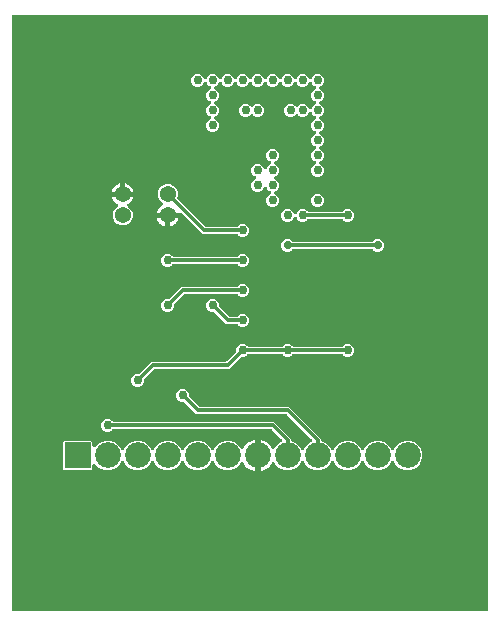
<source format=gbr>
G04 EAGLE Gerber RS-274X export*
G75*
%MOMM*%
%FSLAX34Y34*%
%LPD*%
%INBottom Copper*%
%IPPOS*%
%AMOC8*
5,1,8,0,0,1.08239X$1,22.5*%
G01*
%ADD10C,1.371600*%
%ADD11R,2.184400X2.184400*%
%ADD12C,2.184400*%
%ADD13C,0.755600*%
%ADD14C,0.304800*%
%ADD15C,0.736600*%

G36*
X409728Y7878D02*
X409728Y7878D01*
X409754Y7876D01*
X409901Y7898D01*
X410048Y7915D01*
X410073Y7923D01*
X410099Y7927D01*
X410237Y7982D01*
X410376Y8032D01*
X410398Y8046D01*
X410423Y8056D01*
X410544Y8141D01*
X410669Y8221D01*
X410687Y8240D01*
X410709Y8255D01*
X410808Y8365D01*
X410911Y8472D01*
X410925Y8494D01*
X410942Y8514D01*
X411014Y8644D01*
X411090Y8771D01*
X411098Y8796D01*
X411111Y8819D01*
X411151Y8962D01*
X411196Y9103D01*
X411198Y9129D01*
X411206Y9154D01*
X411225Y9398D01*
X411225Y511302D01*
X411222Y511328D01*
X411224Y511354D01*
X411202Y511501D01*
X411185Y511648D01*
X411177Y511673D01*
X411173Y511699D01*
X411118Y511837D01*
X411068Y511976D01*
X411054Y511998D01*
X411044Y512023D01*
X410959Y512144D01*
X410879Y512269D01*
X410860Y512287D01*
X410845Y512309D01*
X410735Y512408D01*
X410628Y512511D01*
X410606Y512525D01*
X410586Y512542D01*
X410456Y512614D01*
X410329Y512690D01*
X410304Y512698D01*
X410281Y512711D01*
X410138Y512751D01*
X409997Y512796D01*
X409971Y512798D01*
X409946Y512806D01*
X409702Y512825D01*
X9398Y512825D01*
X9372Y512822D01*
X9346Y512824D01*
X9199Y512802D01*
X9052Y512785D01*
X9027Y512777D01*
X9001Y512773D01*
X8863Y512718D01*
X8724Y512668D01*
X8702Y512654D01*
X8677Y512644D01*
X8556Y512559D01*
X8431Y512479D01*
X8413Y512460D01*
X8391Y512445D01*
X8292Y512335D01*
X8189Y512228D01*
X8175Y512206D01*
X8158Y512186D01*
X8086Y512056D01*
X8010Y511929D01*
X8002Y511904D01*
X7989Y511881D01*
X7949Y511738D01*
X7904Y511597D01*
X7902Y511571D01*
X7894Y511546D01*
X7875Y511302D01*
X7875Y9398D01*
X7878Y9372D01*
X7876Y9346D01*
X7898Y9199D01*
X7915Y9052D01*
X7923Y9027D01*
X7927Y9001D01*
X7982Y8863D01*
X8032Y8724D01*
X8046Y8702D01*
X8056Y8677D01*
X8141Y8556D01*
X8221Y8431D01*
X8240Y8413D01*
X8255Y8391D01*
X8365Y8292D01*
X8472Y8189D01*
X8494Y8175D01*
X8514Y8158D01*
X8644Y8086D01*
X8771Y8010D01*
X8796Y8002D01*
X8819Y7989D01*
X8962Y7949D01*
X9103Y7904D01*
X9129Y7902D01*
X9154Y7894D01*
X9398Y7875D01*
X409702Y7875D01*
X409728Y7878D01*
G37*
%LPC*%
G36*
X218399Y138724D02*
X218399Y138724D01*
X218396Y138750D01*
X218398Y138776D01*
X218376Y138923D01*
X218359Y139070D01*
X218351Y139095D01*
X218347Y139121D01*
X218292Y139258D01*
X218242Y139398D01*
X218228Y139420D01*
X218218Y139445D01*
X218133Y139566D01*
X218053Y139691D01*
X218040Y139703D01*
X218085Y139750D01*
X218099Y139773D01*
X218116Y139792D01*
X218188Y139922D01*
X218264Y140049D01*
X218272Y140074D01*
X218285Y140097D01*
X218325Y140240D01*
X218370Y140381D01*
X218372Y140407D01*
X218380Y140432D01*
X218399Y140676D01*
X218399Y152935D01*
X219053Y152831D01*
X221068Y152176D01*
X222956Y151214D01*
X224670Y149969D01*
X226169Y148470D01*
X227414Y146756D01*
X227754Y146089D01*
X227777Y146055D01*
X227793Y146017D01*
X227873Y145910D01*
X227947Y145798D01*
X227977Y145770D01*
X228001Y145738D01*
X228103Y145651D01*
X228201Y145559D01*
X228236Y145539D01*
X228267Y145512D01*
X228386Y145451D01*
X228502Y145384D01*
X228541Y145372D01*
X228577Y145354D01*
X228707Y145321D01*
X228835Y145282D01*
X228876Y145279D01*
X228916Y145270D01*
X229050Y145268D01*
X229183Y145259D01*
X229223Y145265D01*
X229264Y145264D01*
X229395Y145293D01*
X229527Y145315D01*
X229565Y145330D01*
X229605Y145339D01*
X229725Y145396D01*
X229849Y145447D01*
X229882Y145471D01*
X229919Y145488D01*
X230024Y145572D01*
X230133Y145650D01*
X230160Y145680D01*
X230192Y145706D01*
X230275Y145811D01*
X230363Y145912D01*
X230382Y145947D01*
X230408Y145979D01*
X230519Y146197D01*
X230748Y146751D01*
X234249Y150252D01*
X235599Y150811D01*
X235730Y150884D01*
X235864Y150953D01*
X235883Y150968D01*
X235904Y150980D01*
X236015Y151081D01*
X236129Y151179D01*
X236144Y151198D01*
X236162Y151214D01*
X236247Y151338D01*
X236337Y151459D01*
X236346Y151481D01*
X236360Y151501D01*
X236415Y151641D01*
X236475Y151779D01*
X236479Y151803D01*
X236488Y151825D01*
X236510Y151974D01*
X236536Y152122D01*
X236535Y152146D01*
X236539Y152170D01*
X236526Y152320D01*
X236518Y152470D01*
X236512Y152493D01*
X236510Y152517D01*
X236463Y152661D01*
X236422Y152805D01*
X236410Y152826D01*
X236403Y152849D01*
X236325Y152978D01*
X236252Y153109D01*
X236233Y153131D01*
X236223Y153148D01*
X236190Y153181D01*
X236093Y153295D01*
X227783Y161605D01*
X227684Y161684D01*
X227590Y161768D01*
X227548Y161792D01*
X227510Y161822D01*
X227396Y161876D01*
X227285Y161937D01*
X227239Y161950D01*
X227195Y161971D01*
X227072Y161997D01*
X226950Y162032D01*
X226889Y162037D01*
X226854Y162044D01*
X226806Y162043D01*
X226706Y162051D01*
X93981Y162051D01*
X93856Y162037D01*
X93730Y162030D01*
X93683Y162017D01*
X93635Y162011D01*
X93516Y161969D01*
X93395Y161934D01*
X93353Y161910D01*
X93307Y161894D01*
X93201Y161825D01*
X93091Y161764D01*
X93044Y161724D01*
X93014Y161705D01*
X92981Y161670D01*
X92904Y161605D01*
X91904Y160605D01*
X89955Y159797D01*
X87845Y159797D01*
X85896Y160605D01*
X84405Y162096D01*
X83597Y164045D01*
X83597Y166155D01*
X84405Y168104D01*
X85896Y169595D01*
X87845Y170403D01*
X89955Y170403D01*
X91904Y169595D01*
X92904Y168595D01*
X93003Y168516D01*
X93097Y168432D01*
X93140Y168408D01*
X93177Y168378D01*
X93292Y168324D01*
X93402Y168263D01*
X93449Y168250D01*
X93492Y168229D01*
X93616Y168203D01*
X93738Y168168D01*
X93798Y168163D01*
X93833Y168156D01*
X93881Y168157D01*
X93981Y168149D01*
X229863Y168149D01*
X244349Y153663D01*
X244349Y152927D01*
X244357Y152851D01*
X244356Y152775D01*
X244377Y152679D01*
X244389Y152581D01*
X244414Y152509D01*
X244431Y152434D01*
X244473Y152346D01*
X244506Y152253D01*
X244548Y152189D01*
X244580Y152120D01*
X244642Y152043D01*
X244695Y151960D01*
X244750Y151907D01*
X244798Y151847D01*
X244875Y151786D01*
X244946Y151718D01*
X245011Y151679D01*
X245071Y151631D01*
X245204Y151563D01*
X245245Y151539D01*
X245263Y151533D01*
X245289Y151520D01*
X246123Y151175D01*
X248351Y150252D01*
X251852Y146751D01*
X252593Y144962D01*
X252641Y144874D01*
X252681Y144782D01*
X252726Y144722D01*
X252762Y144657D01*
X252829Y144583D01*
X252889Y144502D01*
X252946Y144454D01*
X252996Y144399D01*
X253079Y144342D01*
X253155Y144277D01*
X253222Y144243D01*
X253283Y144201D01*
X253376Y144164D01*
X253466Y144118D01*
X253538Y144100D01*
X253607Y144073D01*
X253706Y144058D01*
X253804Y144034D01*
X253878Y144033D01*
X253952Y144022D01*
X254052Y144031D01*
X254152Y144029D01*
X254225Y144045D01*
X254299Y144051D01*
X254395Y144082D01*
X254493Y144103D01*
X254560Y144135D01*
X254631Y144158D01*
X254717Y144210D01*
X254808Y144253D01*
X254866Y144300D01*
X254929Y144338D01*
X255001Y144408D01*
X255080Y144471D01*
X255126Y144529D01*
X255179Y144581D01*
X255234Y144665D01*
X255296Y144744D01*
X255342Y144833D01*
X255368Y144874D01*
X255380Y144908D01*
X255407Y144962D01*
X256148Y146751D01*
X259649Y150252D01*
X260999Y150811D01*
X261130Y150884D01*
X261264Y150953D01*
X261283Y150968D01*
X261304Y150980D01*
X261415Y151081D01*
X261529Y151179D01*
X261544Y151198D01*
X261562Y151214D01*
X261647Y151338D01*
X261737Y151459D01*
X261746Y151481D01*
X261760Y151501D01*
X261815Y151641D01*
X261875Y151779D01*
X261879Y151803D01*
X261888Y151825D01*
X261910Y151974D01*
X261936Y152122D01*
X261935Y152146D01*
X261939Y152170D01*
X261926Y152320D01*
X261918Y152470D01*
X261912Y152493D01*
X261910Y152517D01*
X261863Y152661D01*
X261822Y152805D01*
X261810Y152826D01*
X261803Y152849D01*
X261725Y152978D01*
X261652Y153109D01*
X261633Y153131D01*
X261623Y153148D01*
X261590Y153181D01*
X261493Y153295D01*
X240483Y174305D01*
X240384Y174384D01*
X240290Y174468D01*
X240248Y174492D01*
X240210Y174522D01*
X240096Y174576D01*
X239985Y174637D01*
X239939Y174650D01*
X239895Y174671D01*
X239772Y174697D01*
X239650Y174732D01*
X239589Y174737D01*
X239554Y174744D01*
X239506Y174743D01*
X239406Y174751D01*
X163837Y174751D01*
X153837Y184751D01*
X153738Y184830D01*
X153644Y184914D01*
X153602Y184938D01*
X153564Y184968D01*
X153450Y185022D01*
X153339Y185083D01*
X153293Y185096D01*
X153249Y185117D01*
X153126Y185143D01*
X153004Y185178D01*
X152943Y185183D01*
X152908Y185190D01*
X152860Y185189D01*
X152760Y185197D01*
X151345Y185197D01*
X149396Y186005D01*
X147905Y187496D01*
X147097Y189445D01*
X147097Y191555D01*
X147905Y193504D01*
X149396Y194995D01*
X151345Y195803D01*
X153455Y195803D01*
X155404Y194995D01*
X156895Y193504D01*
X157703Y191555D01*
X157703Y190140D01*
X157717Y190014D01*
X157724Y189888D01*
X157737Y189842D01*
X157743Y189794D01*
X157785Y189675D01*
X157820Y189553D01*
X157844Y189511D01*
X157860Y189465D01*
X157929Y189359D01*
X157990Y189249D01*
X158030Y189203D01*
X158049Y189173D01*
X158084Y189139D01*
X158149Y189063D01*
X165917Y181295D01*
X166016Y181216D01*
X166110Y181132D01*
X166152Y181108D01*
X166190Y181078D01*
X166304Y181024D01*
X166415Y180963D01*
X166461Y180950D01*
X166505Y180929D01*
X166628Y180903D01*
X166750Y180868D01*
X166811Y180863D01*
X166846Y180856D01*
X166894Y180857D01*
X166994Y180849D01*
X242563Y180849D01*
X269749Y153663D01*
X269749Y152927D01*
X269757Y152851D01*
X269756Y152775D01*
X269777Y152679D01*
X269789Y152581D01*
X269814Y152509D01*
X269831Y152434D01*
X269873Y152346D01*
X269906Y152253D01*
X269948Y152189D01*
X269980Y152120D01*
X270042Y152043D01*
X270095Y151960D01*
X270150Y151907D01*
X270198Y151847D01*
X270275Y151786D01*
X270346Y151718D01*
X270411Y151679D01*
X270471Y151631D01*
X270604Y151563D01*
X270645Y151539D01*
X270663Y151533D01*
X270689Y151520D01*
X271523Y151175D01*
X273751Y150252D01*
X277252Y146751D01*
X277993Y144962D01*
X278041Y144874D01*
X278081Y144782D01*
X278126Y144722D01*
X278162Y144657D01*
X278229Y144583D01*
X278289Y144502D01*
X278346Y144454D01*
X278396Y144399D01*
X278479Y144342D01*
X278555Y144277D01*
X278622Y144243D01*
X278683Y144201D01*
X278776Y144164D01*
X278866Y144118D01*
X278938Y144100D01*
X279007Y144073D01*
X279106Y144058D01*
X279204Y144034D01*
X279278Y144033D01*
X279352Y144022D01*
X279452Y144031D01*
X279552Y144029D01*
X279625Y144045D01*
X279699Y144051D01*
X279795Y144082D01*
X279893Y144103D01*
X279960Y144135D01*
X280031Y144158D01*
X280117Y144210D01*
X280208Y144253D01*
X280266Y144300D01*
X280329Y144338D01*
X280401Y144408D01*
X280480Y144471D01*
X280526Y144529D01*
X280579Y144581D01*
X280634Y144665D01*
X280696Y144744D01*
X280742Y144833D01*
X280768Y144874D01*
X280780Y144908D01*
X280807Y144962D01*
X281548Y146751D01*
X285049Y150252D01*
X289624Y152147D01*
X294576Y152147D01*
X299151Y150252D01*
X302652Y146751D01*
X303393Y144962D01*
X303441Y144874D01*
X303481Y144782D01*
X303526Y144722D01*
X303562Y144657D01*
X303629Y144583D01*
X303689Y144502D01*
X303746Y144454D01*
X303796Y144399D01*
X303879Y144342D01*
X303955Y144277D01*
X304022Y144243D01*
X304083Y144201D01*
X304176Y144164D01*
X304266Y144118D01*
X304338Y144100D01*
X304407Y144073D01*
X304506Y144058D01*
X304604Y144034D01*
X304678Y144033D01*
X304752Y144022D01*
X304852Y144031D01*
X304952Y144029D01*
X305025Y144045D01*
X305099Y144051D01*
X305195Y144082D01*
X305293Y144103D01*
X305360Y144135D01*
X305431Y144158D01*
X305517Y144210D01*
X305608Y144253D01*
X305666Y144300D01*
X305729Y144338D01*
X305801Y144408D01*
X305880Y144471D01*
X305926Y144529D01*
X305979Y144581D01*
X306034Y144665D01*
X306096Y144744D01*
X306142Y144833D01*
X306168Y144874D01*
X306180Y144908D01*
X306207Y144962D01*
X306948Y146751D01*
X310449Y150252D01*
X315024Y152147D01*
X319976Y152147D01*
X324551Y150252D01*
X328052Y146751D01*
X328793Y144962D01*
X328841Y144874D01*
X328881Y144782D01*
X328926Y144722D01*
X328962Y144657D01*
X329029Y144583D01*
X329089Y144502D01*
X329146Y144454D01*
X329196Y144399D01*
X329279Y144342D01*
X329355Y144277D01*
X329422Y144243D01*
X329483Y144201D01*
X329576Y144164D01*
X329666Y144118D01*
X329738Y144100D01*
X329807Y144073D01*
X329906Y144058D01*
X330004Y144034D01*
X330078Y144033D01*
X330152Y144022D01*
X330252Y144031D01*
X330352Y144029D01*
X330425Y144045D01*
X330499Y144051D01*
X330595Y144082D01*
X330693Y144103D01*
X330760Y144135D01*
X330831Y144158D01*
X330917Y144210D01*
X331008Y144253D01*
X331066Y144300D01*
X331129Y144338D01*
X331201Y144408D01*
X331280Y144471D01*
X331326Y144529D01*
X331379Y144581D01*
X331434Y144665D01*
X331496Y144744D01*
X331542Y144833D01*
X331568Y144874D01*
X331580Y144908D01*
X331607Y144962D01*
X332348Y146751D01*
X335849Y150252D01*
X340424Y152147D01*
X345376Y152147D01*
X349951Y150252D01*
X353452Y146751D01*
X355347Y142176D01*
X355347Y137224D01*
X353452Y132649D01*
X349951Y129148D01*
X345376Y127253D01*
X340424Y127253D01*
X335849Y129148D01*
X332348Y132649D01*
X331607Y134438D01*
X331559Y134526D01*
X331518Y134618D01*
X331474Y134678D01*
X331438Y134743D01*
X331371Y134817D01*
X331311Y134898D01*
X331254Y134946D01*
X331204Y135001D01*
X331121Y135058D01*
X331045Y135123D01*
X330978Y135157D01*
X330917Y135199D01*
X330824Y135236D01*
X330734Y135282D01*
X330662Y135300D01*
X330593Y135327D01*
X330494Y135342D01*
X330396Y135366D01*
X330322Y135367D01*
X330248Y135378D01*
X330148Y135369D01*
X330048Y135371D01*
X329975Y135355D01*
X329901Y135349D01*
X329805Y135318D01*
X329707Y135297D01*
X329640Y135265D01*
X329569Y135242D01*
X329483Y135190D01*
X329392Y135147D01*
X329334Y135100D01*
X329271Y135062D01*
X329199Y134992D01*
X329120Y134929D01*
X329074Y134871D01*
X329021Y134819D01*
X328966Y134735D01*
X328904Y134656D01*
X328858Y134566D01*
X328832Y134526D01*
X328820Y134492D01*
X328793Y134438D01*
X328052Y132649D01*
X324551Y129148D01*
X319976Y127253D01*
X315024Y127253D01*
X310449Y129148D01*
X306948Y132649D01*
X306207Y134438D01*
X306159Y134526D01*
X306118Y134618D01*
X306074Y134678D01*
X306038Y134743D01*
X305971Y134817D01*
X305911Y134898D01*
X305854Y134946D01*
X305804Y135001D01*
X305721Y135058D01*
X305645Y135123D01*
X305578Y135157D01*
X305517Y135199D01*
X305424Y135236D01*
X305334Y135282D01*
X305262Y135300D01*
X305193Y135327D01*
X305094Y135342D01*
X304996Y135366D01*
X304922Y135367D01*
X304848Y135378D01*
X304748Y135369D01*
X304648Y135371D01*
X304575Y135355D01*
X304501Y135349D01*
X304405Y135318D01*
X304307Y135297D01*
X304240Y135265D01*
X304169Y135242D01*
X304083Y135190D01*
X303992Y135147D01*
X303934Y135100D01*
X303871Y135062D01*
X303799Y134992D01*
X303720Y134929D01*
X303674Y134871D01*
X303621Y134819D01*
X303566Y134735D01*
X303504Y134656D01*
X303458Y134566D01*
X303432Y134526D01*
X303420Y134492D01*
X303393Y134438D01*
X302652Y132649D01*
X299151Y129148D01*
X294576Y127253D01*
X289624Y127253D01*
X285049Y129148D01*
X281548Y132649D01*
X280807Y134438D01*
X280759Y134526D01*
X280718Y134618D01*
X280674Y134678D01*
X280638Y134743D01*
X280571Y134817D01*
X280511Y134898D01*
X280454Y134946D01*
X280404Y135001D01*
X280321Y135058D01*
X280245Y135123D01*
X280178Y135157D01*
X280117Y135199D01*
X280024Y135236D01*
X279934Y135282D01*
X279862Y135300D01*
X279793Y135327D01*
X279694Y135342D01*
X279596Y135366D01*
X279522Y135367D01*
X279448Y135378D01*
X279348Y135369D01*
X279248Y135371D01*
X279175Y135355D01*
X279101Y135349D01*
X279005Y135318D01*
X278907Y135297D01*
X278840Y135265D01*
X278769Y135242D01*
X278683Y135190D01*
X278592Y135147D01*
X278534Y135100D01*
X278471Y135062D01*
X278399Y134992D01*
X278320Y134929D01*
X278274Y134871D01*
X278221Y134819D01*
X278166Y134735D01*
X278104Y134656D01*
X278058Y134566D01*
X278032Y134526D01*
X278020Y134492D01*
X277993Y134438D01*
X277252Y132649D01*
X273751Y129148D01*
X269176Y127253D01*
X264224Y127253D01*
X259649Y129148D01*
X256148Y132649D01*
X255407Y134438D01*
X255359Y134526D01*
X255318Y134618D01*
X255274Y134678D01*
X255238Y134743D01*
X255171Y134817D01*
X255111Y134898D01*
X255054Y134946D01*
X255004Y135001D01*
X254921Y135058D01*
X254845Y135123D01*
X254778Y135157D01*
X254717Y135199D01*
X254624Y135236D01*
X254534Y135282D01*
X254462Y135300D01*
X254393Y135327D01*
X254294Y135342D01*
X254196Y135366D01*
X254122Y135367D01*
X254048Y135378D01*
X253948Y135369D01*
X253848Y135371D01*
X253775Y135355D01*
X253701Y135349D01*
X253605Y135318D01*
X253507Y135297D01*
X253440Y135265D01*
X253369Y135242D01*
X253283Y135190D01*
X253192Y135147D01*
X253134Y135100D01*
X253071Y135062D01*
X252999Y134992D01*
X252920Y134929D01*
X252874Y134871D01*
X252821Y134819D01*
X252766Y134735D01*
X252704Y134656D01*
X252658Y134566D01*
X252632Y134526D01*
X252620Y134492D01*
X252593Y134438D01*
X251852Y132649D01*
X248351Y129148D01*
X243776Y127253D01*
X238824Y127253D01*
X234249Y129148D01*
X230748Y132649D01*
X230519Y133203D01*
X230499Y133239D01*
X230486Y133277D01*
X230415Y133390D01*
X230350Y133507D01*
X230322Y133538D01*
X230301Y133572D01*
X230206Y133666D01*
X230116Y133766D01*
X230082Y133789D01*
X230053Y133817D01*
X229939Y133888D01*
X229829Y133964D01*
X229791Y133979D01*
X229756Y134000D01*
X229629Y134043D01*
X229505Y134092D01*
X229464Y134098D01*
X229426Y134110D01*
X229292Y134123D01*
X229160Y134142D01*
X229119Y134139D01*
X229079Y134143D01*
X228946Y134125D01*
X228813Y134114D01*
X228774Y134101D01*
X228733Y134095D01*
X228608Y134048D01*
X228481Y134006D01*
X228446Y133985D01*
X228408Y133971D01*
X228297Y133896D01*
X228182Y133827D01*
X228153Y133798D01*
X228119Y133776D01*
X228028Y133677D01*
X227932Y133584D01*
X227910Y133550D01*
X227883Y133520D01*
X227754Y133311D01*
X227414Y132644D01*
X226169Y130930D01*
X224670Y129431D01*
X222956Y128186D01*
X221068Y127224D01*
X219053Y126569D01*
X218399Y126465D01*
X218399Y138724D01*
G37*
%LPD*%
%LPC*%
G36*
X212747Y126569D02*
X212747Y126569D01*
X210732Y127224D01*
X208844Y128186D01*
X207130Y129431D01*
X205631Y130930D01*
X204386Y132644D01*
X204046Y133311D01*
X204023Y133345D01*
X204007Y133383D01*
X203927Y133490D01*
X203853Y133602D01*
X203823Y133630D01*
X203799Y133662D01*
X203697Y133749D01*
X203599Y133841D01*
X203564Y133861D01*
X203533Y133888D01*
X203414Y133949D01*
X203298Y134016D01*
X203259Y134028D01*
X203223Y134046D01*
X203093Y134079D01*
X202965Y134118D01*
X202924Y134121D01*
X202884Y134130D01*
X202750Y134132D01*
X202617Y134141D01*
X202577Y134135D01*
X202536Y134136D01*
X202405Y134107D01*
X202273Y134085D01*
X202235Y134070D01*
X202195Y134061D01*
X202075Y134004D01*
X201951Y133953D01*
X201918Y133929D01*
X201881Y133912D01*
X201776Y133828D01*
X201667Y133750D01*
X201640Y133720D01*
X201608Y133694D01*
X201525Y133589D01*
X201437Y133488D01*
X201418Y133453D01*
X201392Y133421D01*
X201281Y133203D01*
X201052Y132649D01*
X197551Y129148D01*
X192976Y127253D01*
X188024Y127253D01*
X183449Y129148D01*
X179948Y132649D01*
X179207Y134438D01*
X179159Y134526D01*
X179118Y134618D01*
X179074Y134678D01*
X179038Y134743D01*
X178971Y134817D01*
X178911Y134898D01*
X178854Y134946D01*
X178804Y135001D01*
X178721Y135058D01*
X178645Y135123D01*
X178578Y135157D01*
X178517Y135199D01*
X178424Y135236D01*
X178334Y135282D01*
X178262Y135300D01*
X178193Y135327D01*
X178094Y135342D01*
X177996Y135366D01*
X177922Y135367D01*
X177848Y135378D01*
X177748Y135369D01*
X177648Y135371D01*
X177575Y135355D01*
X177501Y135349D01*
X177405Y135318D01*
X177307Y135297D01*
X177240Y135265D01*
X177169Y135242D01*
X177083Y135190D01*
X176992Y135147D01*
X176934Y135100D01*
X176871Y135062D01*
X176799Y134992D01*
X176720Y134929D01*
X176674Y134871D01*
X176621Y134819D01*
X176566Y134735D01*
X176504Y134656D01*
X176458Y134566D01*
X176432Y134526D01*
X176420Y134492D01*
X176393Y134438D01*
X175652Y132649D01*
X172151Y129148D01*
X167576Y127253D01*
X162624Y127253D01*
X158049Y129148D01*
X154548Y132649D01*
X153807Y134438D01*
X153759Y134526D01*
X153718Y134618D01*
X153674Y134678D01*
X153638Y134743D01*
X153571Y134817D01*
X153511Y134898D01*
X153454Y134946D01*
X153404Y135001D01*
X153321Y135058D01*
X153245Y135123D01*
X153178Y135157D01*
X153117Y135199D01*
X153024Y135236D01*
X152934Y135282D01*
X152862Y135300D01*
X152793Y135327D01*
X152694Y135342D01*
X152596Y135366D01*
X152522Y135367D01*
X152448Y135378D01*
X152348Y135369D01*
X152248Y135371D01*
X152175Y135355D01*
X152101Y135349D01*
X152005Y135318D01*
X151907Y135297D01*
X151840Y135265D01*
X151769Y135242D01*
X151683Y135190D01*
X151592Y135147D01*
X151534Y135100D01*
X151471Y135062D01*
X151399Y134992D01*
X151320Y134929D01*
X151274Y134871D01*
X151221Y134819D01*
X151166Y134735D01*
X151104Y134656D01*
X151058Y134566D01*
X151032Y134526D01*
X151020Y134492D01*
X150993Y134438D01*
X150252Y132649D01*
X146751Y129148D01*
X142176Y127253D01*
X137224Y127253D01*
X132649Y129148D01*
X129148Y132649D01*
X128407Y134438D01*
X128359Y134526D01*
X128318Y134618D01*
X128274Y134678D01*
X128238Y134743D01*
X128171Y134817D01*
X128111Y134898D01*
X128054Y134946D01*
X128004Y135001D01*
X127921Y135058D01*
X127845Y135123D01*
X127778Y135157D01*
X127717Y135199D01*
X127624Y135236D01*
X127534Y135282D01*
X127462Y135300D01*
X127393Y135327D01*
X127294Y135342D01*
X127196Y135366D01*
X127122Y135367D01*
X127048Y135378D01*
X126948Y135369D01*
X126848Y135371D01*
X126775Y135355D01*
X126701Y135349D01*
X126605Y135318D01*
X126507Y135297D01*
X126440Y135265D01*
X126369Y135242D01*
X126283Y135190D01*
X126192Y135147D01*
X126134Y135100D01*
X126071Y135062D01*
X125999Y134992D01*
X125920Y134929D01*
X125874Y134871D01*
X125821Y134819D01*
X125766Y134735D01*
X125704Y134656D01*
X125658Y134566D01*
X125632Y134526D01*
X125620Y134492D01*
X125593Y134438D01*
X124852Y132649D01*
X121351Y129148D01*
X116776Y127253D01*
X111824Y127253D01*
X107249Y129148D01*
X103748Y132649D01*
X103007Y134438D01*
X102959Y134526D01*
X102918Y134618D01*
X102874Y134678D01*
X102838Y134743D01*
X102771Y134817D01*
X102711Y134898D01*
X102654Y134946D01*
X102604Y135001D01*
X102521Y135058D01*
X102445Y135123D01*
X102378Y135157D01*
X102317Y135199D01*
X102224Y135236D01*
X102134Y135282D01*
X102062Y135300D01*
X101993Y135327D01*
X101894Y135342D01*
X101796Y135366D01*
X101722Y135367D01*
X101648Y135378D01*
X101548Y135369D01*
X101448Y135371D01*
X101375Y135355D01*
X101301Y135349D01*
X101205Y135318D01*
X101107Y135297D01*
X101040Y135265D01*
X100969Y135242D01*
X100883Y135190D01*
X100792Y135147D01*
X100734Y135100D01*
X100671Y135062D01*
X100599Y134992D01*
X100520Y134929D01*
X100474Y134871D01*
X100421Y134819D01*
X100366Y134735D01*
X100304Y134656D01*
X100258Y134566D01*
X100232Y134526D01*
X100220Y134492D01*
X100193Y134438D01*
X99452Y132649D01*
X95951Y129148D01*
X91376Y127253D01*
X86424Y127253D01*
X81849Y129148D01*
X78547Y132451D01*
X78469Y132513D01*
X78396Y132583D01*
X78332Y132621D01*
X78274Y132667D01*
X78183Y132710D01*
X78097Y132762D01*
X78026Y132784D01*
X77959Y132816D01*
X77861Y132837D01*
X77765Y132868D01*
X77691Y132874D01*
X77618Y132890D01*
X77518Y132888D01*
X77418Y132896D01*
X77344Y132885D01*
X77270Y132884D01*
X77173Y132859D01*
X77073Y132844D01*
X77004Y132817D01*
X76932Y132799D01*
X76843Y132753D01*
X76749Y132715D01*
X76688Y132673D01*
X76622Y132639D01*
X76546Y132574D01*
X76463Y132517D01*
X76413Y132461D01*
X76357Y132413D01*
X76297Y132332D01*
X76230Y132258D01*
X76194Y132193D01*
X76149Y132133D01*
X76110Y132041D01*
X76061Y131953D01*
X76041Y131881D01*
X76011Y131813D01*
X75994Y131714D01*
X75966Y131617D01*
X75958Y131517D01*
X75950Y131470D01*
X75952Y131434D01*
X75947Y131374D01*
X75947Y128146D01*
X75054Y127253D01*
X51946Y127253D01*
X51053Y128146D01*
X51053Y151254D01*
X51946Y152147D01*
X75054Y152147D01*
X75947Y151254D01*
X75947Y148026D01*
X75958Y147927D01*
X75960Y147826D01*
X75978Y147754D01*
X75987Y147680D01*
X76020Y147586D01*
X76045Y147488D01*
X76079Y147422D01*
X76104Y147352D01*
X76159Y147268D01*
X76205Y147179D01*
X76253Y147122D01*
X76293Y147059D01*
X76365Y146990D01*
X76430Y146913D01*
X76490Y146869D01*
X76544Y146817D01*
X76630Y146766D01*
X76711Y146706D01*
X76779Y146676D01*
X76843Y146638D01*
X76939Y146608D01*
X77031Y146568D01*
X77104Y146555D01*
X77175Y146532D01*
X77275Y146524D01*
X77374Y146506D01*
X77448Y146510D01*
X77522Y146504D01*
X77622Y146519D01*
X77722Y146524D01*
X77793Y146545D01*
X77867Y146556D01*
X77960Y146593D01*
X78057Y146621D01*
X78122Y146657D01*
X78191Y146685D01*
X78273Y146742D01*
X78361Y146791D01*
X78437Y146856D01*
X78477Y146883D01*
X78501Y146910D01*
X78547Y146949D01*
X81849Y150252D01*
X86424Y152147D01*
X91376Y152147D01*
X95951Y150252D01*
X99452Y146751D01*
X100193Y144962D01*
X100241Y144874D01*
X100281Y144782D01*
X100326Y144722D01*
X100362Y144657D01*
X100429Y144583D01*
X100489Y144502D01*
X100546Y144454D01*
X100596Y144399D01*
X100679Y144342D01*
X100755Y144277D01*
X100822Y144243D01*
X100883Y144201D01*
X100976Y144164D01*
X101066Y144118D01*
X101138Y144100D01*
X101207Y144073D01*
X101306Y144058D01*
X101404Y144034D01*
X101478Y144033D01*
X101552Y144022D01*
X101652Y144031D01*
X101752Y144029D01*
X101825Y144045D01*
X101899Y144051D01*
X101995Y144082D01*
X102093Y144103D01*
X102160Y144135D01*
X102231Y144158D01*
X102317Y144210D01*
X102408Y144253D01*
X102466Y144300D01*
X102529Y144338D01*
X102602Y144408D01*
X102680Y144471D01*
X102726Y144529D01*
X102779Y144581D01*
X102834Y144665D01*
X102896Y144744D01*
X102942Y144834D01*
X102968Y144874D01*
X102980Y144908D01*
X103007Y144962D01*
X103748Y146751D01*
X107249Y150252D01*
X111824Y152147D01*
X116776Y152147D01*
X121351Y150252D01*
X124852Y146751D01*
X125593Y144962D01*
X125641Y144874D01*
X125681Y144782D01*
X125726Y144722D01*
X125762Y144657D01*
X125829Y144583D01*
X125889Y144502D01*
X125946Y144454D01*
X125996Y144399D01*
X126079Y144342D01*
X126155Y144277D01*
X126222Y144243D01*
X126283Y144201D01*
X126376Y144164D01*
X126466Y144118D01*
X126538Y144100D01*
X126607Y144073D01*
X126706Y144058D01*
X126804Y144034D01*
X126878Y144033D01*
X126952Y144022D01*
X127052Y144031D01*
X127152Y144029D01*
X127225Y144045D01*
X127299Y144051D01*
X127395Y144082D01*
X127493Y144103D01*
X127560Y144135D01*
X127631Y144158D01*
X127717Y144210D01*
X127808Y144253D01*
X127866Y144300D01*
X127929Y144338D01*
X128002Y144408D01*
X128080Y144471D01*
X128126Y144529D01*
X128179Y144581D01*
X128234Y144665D01*
X128296Y144744D01*
X128342Y144834D01*
X128368Y144874D01*
X128380Y144908D01*
X128407Y144962D01*
X129148Y146751D01*
X132649Y150252D01*
X137224Y152147D01*
X142176Y152147D01*
X146751Y150252D01*
X150252Y146751D01*
X150993Y144962D01*
X151041Y144874D01*
X151081Y144782D01*
X151126Y144722D01*
X151162Y144657D01*
X151229Y144583D01*
X151289Y144502D01*
X151346Y144454D01*
X151396Y144399D01*
X151479Y144342D01*
X151555Y144277D01*
X151622Y144243D01*
X151683Y144201D01*
X151776Y144164D01*
X151866Y144118D01*
X151938Y144100D01*
X152007Y144073D01*
X152106Y144058D01*
X152204Y144034D01*
X152278Y144033D01*
X152352Y144022D01*
X152452Y144031D01*
X152552Y144029D01*
X152625Y144045D01*
X152699Y144051D01*
X152795Y144082D01*
X152893Y144103D01*
X152960Y144135D01*
X153031Y144158D01*
X153117Y144210D01*
X153208Y144253D01*
X153266Y144300D01*
X153329Y144338D01*
X153402Y144408D01*
X153480Y144471D01*
X153526Y144529D01*
X153579Y144581D01*
X153634Y144665D01*
X153696Y144744D01*
X153742Y144834D01*
X153768Y144874D01*
X153780Y144908D01*
X153807Y144962D01*
X154548Y146751D01*
X158049Y150252D01*
X162624Y152147D01*
X167576Y152147D01*
X172151Y150252D01*
X175652Y146751D01*
X176393Y144962D01*
X176441Y144874D01*
X176481Y144782D01*
X176526Y144722D01*
X176562Y144657D01*
X176629Y144583D01*
X176689Y144502D01*
X176746Y144454D01*
X176796Y144399D01*
X176879Y144342D01*
X176955Y144277D01*
X177022Y144243D01*
X177083Y144201D01*
X177176Y144164D01*
X177266Y144118D01*
X177338Y144100D01*
X177407Y144073D01*
X177506Y144058D01*
X177604Y144034D01*
X177678Y144033D01*
X177752Y144022D01*
X177852Y144031D01*
X177952Y144029D01*
X178025Y144045D01*
X178099Y144051D01*
X178195Y144082D01*
X178293Y144103D01*
X178360Y144135D01*
X178431Y144158D01*
X178517Y144210D01*
X178608Y144253D01*
X178666Y144300D01*
X178729Y144338D01*
X178802Y144408D01*
X178880Y144471D01*
X178926Y144529D01*
X178979Y144581D01*
X179034Y144665D01*
X179096Y144744D01*
X179142Y144834D01*
X179168Y144874D01*
X179180Y144908D01*
X179207Y144962D01*
X179948Y146751D01*
X183449Y150252D01*
X188024Y152147D01*
X192976Y152147D01*
X197551Y150252D01*
X201052Y146751D01*
X201281Y146197D01*
X201301Y146161D01*
X201314Y146123D01*
X201385Y146010D01*
X201450Y145893D01*
X201478Y145862D01*
X201499Y145828D01*
X201594Y145734D01*
X201684Y145634D01*
X201718Y145611D01*
X201747Y145583D01*
X201861Y145512D01*
X201971Y145436D01*
X202009Y145421D01*
X202044Y145400D01*
X202171Y145357D01*
X202295Y145308D01*
X202336Y145302D01*
X202374Y145290D01*
X202508Y145277D01*
X202640Y145258D01*
X202681Y145261D01*
X202721Y145257D01*
X202854Y145275D01*
X202987Y145286D01*
X203026Y145299D01*
X203067Y145305D01*
X203192Y145352D01*
X203319Y145394D01*
X203354Y145415D01*
X203392Y145429D01*
X203503Y145504D01*
X203618Y145573D01*
X203647Y145602D01*
X203681Y145624D01*
X203772Y145723D01*
X203868Y145816D01*
X203890Y145850D01*
X203917Y145880D01*
X204046Y146089D01*
X204386Y146756D01*
X205631Y148470D01*
X207130Y149969D01*
X208844Y151214D01*
X210732Y152176D01*
X212747Y152831D01*
X213401Y152935D01*
X213401Y140676D01*
X213404Y140650D01*
X213402Y140624D01*
X213424Y140477D01*
X213441Y140330D01*
X213449Y140305D01*
X213453Y140279D01*
X213508Y140142D01*
X213558Y140002D01*
X213572Y139980D01*
X213582Y139955D01*
X213667Y139834D01*
X213747Y139709D01*
X213760Y139697D01*
X213715Y139650D01*
X213701Y139627D01*
X213684Y139608D01*
X213612Y139478D01*
X213536Y139351D01*
X213528Y139326D01*
X213515Y139303D01*
X213475Y139160D01*
X213430Y139019D01*
X213427Y138993D01*
X213420Y138968D01*
X213401Y138724D01*
X213401Y126465D01*
X212747Y126569D01*
G37*
%LPD*%
%LPC*%
G36*
X265645Y375697D02*
X265645Y375697D01*
X263696Y376505D01*
X262205Y377996D01*
X261397Y379945D01*
X261397Y382055D01*
X262205Y384004D01*
X263696Y385495D01*
X264776Y385943D01*
X264864Y385992D01*
X264956Y386032D01*
X265016Y386076D01*
X265081Y386112D01*
X265155Y386180D01*
X265236Y386239D01*
X265284Y386296D01*
X265339Y386346D01*
X265396Y386429D01*
X265461Y386505D01*
X265495Y386572D01*
X265537Y386633D01*
X265574Y386726D01*
X265620Y386816D01*
X265638Y386888D01*
X265665Y386957D01*
X265679Y387056D01*
X265704Y387154D01*
X265705Y387228D01*
X265716Y387302D01*
X265707Y387402D01*
X265709Y387502D01*
X265693Y387575D01*
X265687Y387649D01*
X265656Y387745D01*
X265634Y387843D01*
X265602Y387910D01*
X265580Y387981D01*
X265528Y388067D01*
X265485Y388158D01*
X265438Y388216D01*
X265400Y388279D01*
X265330Y388351D01*
X265267Y388430D01*
X265209Y388476D01*
X265157Y388529D01*
X265073Y388584D01*
X264994Y388646D01*
X264904Y388692D01*
X264864Y388718D01*
X264830Y388730D01*
X264776Y388757D01*
X263696Y389205D01*
X262205Y390696D01*
X261397Y392645D01*
X261397Y394755D01*
X262205Y396704D01*
X263696Y398195D01*
X264776Y398643D01*
X264864Y398691D01*
X264956Y398731D01*
X265016Y398776D01*
X265081Y398812D01*
X265155Y398879D01*
X265236Y398939D01*
X265284Y398996D01*
X265339Y399046D01*
X265396Y399129D01*
X265461Y399205D01*
X265495Y399272D01*
X265537Y399333D01*
X265574Y399426D01*
X265620Y399516D01*
X265637Y399588D01*
X265665Y399657D01*
X265679Y399756D01*
X265704Y399854D01*
X265705Y399928D01*
X265716Y400002D01*
X265707Y400102D01*
X265709Y400202D01*
X265693Y400275D01*
X265687Y400349D01*
X265656Y400445D01*
X265634Y400543D01*
X265602Y400610D01*
X265580Y400681D01*
X265528Y400767D01*
X265485Y400858D01*
X265438Y400916D01*
X265400Y400979D01*
X265330Y401051D01*
X265267Y401130D01*
X265209Y401176D01*
X265157Y401229D01*
X265073Y401284D01*
X264994Y401346D01*
X264904Y401392D01*
X264864Y401418D01*
X264830Y401430D01*
X264776Y401457D01*
X263696Y401905D01*
X262205Y403396D01*
X261397Y405345D01*
X261397Y407455D01*
X262205Y409404D01*
X263696Y410895D01*
X264776Y411343D01*
X264864Y411392D01*
X264956Y411432D01*
X265016Y411476D01*
X265081Y411512D01*
X265155Y411580D01*
X265236Y411639D01*
X265284Y411696D01*
X265339Y411746D01*
X265396Y411829D01*
X265461Y411905D01*
X265495Y411972D01*
X265537Y412033D01*
X265574Y412126D01*
X265620Y412216D01*
X265638Y412288D01*
X265665Y412357D01*
X265679Y412456D01*
X265704Y412554D01*
X265705Y412628D01*
X265716Y412702D01*
X265707Y412802D01*
X265709Y412902D01*
X265693Y412975D01*
X265687Y413049D01*
X265656Y413145D01*
X265634Y413243D01*
X265602Y413310D01*
X265580Y413381D01*
X265528Y413467D01*
X265485Y413558D01*
X265438Y413616D01*
X265400Y413679D01*
X265330Y413751D01*
X265267Y413830D01*
X265209Y413876D01*
X265157Y413929D01*
X265073Y413984D01*
X264994Y414046D01*
X264904Y414092D01*
X264864Y414118D01*
X264830Y414130D01*
X264776Y414157D01*
X263696Y414605D01*
X262205Y416096D01*
X261397Y418045D01*
X261397Y420155D01*
X262205Y422104D01*
X263696Y423595D01*
X264776Y424043D01*
X264864Y424091D01*
X264956Y424131D01*
X265016Y424176D01*
X265081Y424212D01*
X265155Y424279D01*
X265236Y424339D01*
X265284Y424396D01*
X265339Y424446D01*
X265396Y424529D01*
X265461Y424605D01*
X265495Y424672D01*
X265537Y424733D01*
X265574Y424826D01*
X265620Y424916D01*
X265638Y424988D01*
X265665Y425057D01*
X265679Y425156D01*
X265704Y425254D01*
X265705Y425328D01*
X265716Y425402D01*
X265707Y425502D01*
X265709Y425602D01*
X265693Y425675D01*
X265687Y425749D01*
X265656Y425845D01*
X265634Y425943D01*
X265602Y426010D01*
X265580Y426081D01*
X265528Y426167D01*
X265485Y426258D01*
X265438Y426316D01*
X265400Y426379D01*
X265330Y426451D01*
X265267Y426530D01*
X265209Y426576D01*
X265157Y426629D01*
X265073Y426684D01*
X264994Y426746D01*
X264904Y426792D01*
X264864Y426818D01*
X264830Y426830D01*
X264776Y426857D01*
X263696Y427305D01*
X262205Y428796D01*
X261757Y429876D01*
X261709Y429964D01*
X261669Y430056D01*
X261624Y430116D01*
X261588Y430181D01*
X261521Y430255D01*
X261461Y430336D01*
X261404Y430384D01*
X261354Y430439D01*
X261271Y430496D01*
X261195Y430561D01*
X261128Y430595D01*
X261067Y430637D01*
X260974Y430674D01*
X260884Y430720D01*
X260812Y430737D01*
X260743Y430765D01*
X260644Y430779D01*
X260546Y430804D01*
X260472Y430805D01*
X260398Y430816D01*
X260298Y430807D01*
X260198Y430809D01*
X260125Y430793D01*
X260051Y430787D01*
X259955Y430756D01*
X259857Y430734D01*
X259790Y430702D01*
X259719Y430680D01*
X259633Y430628D01*
X259542Y430585D01*
X259484Y430538D01*
X259421Y430500D01*
X259349Y430430D01*
X259270Y430367D01*
X259224Y430309D01*
X259171Y430257D01*
X259116Y430173D01*
X259054Y430094D01*
X259008Y430004D01*
X258982Y429964D01*
X258970Y429930D01*
X258943Y429876D01*
X258495Y428796D01*
X257004Y427305D01*
X255055Y426497D01*
X252945Y426497D01*
X250996Y427305D01*
X249997Y428304D01*
X249977Y428320D01*
X249960Y428340D01*
X249840Y428428D01*
X249724Y428520D01*
X249700Y428532D01*
X249679Y428547D01*
X249543Y428606D01*
X249409Y428669D01*
X249383Y428675D01*
X249359Y428685D01*
X249213Y428711D01*
X249068Y428743D01*
X249042Y428742D01*
X249016Y428747D01*
X248868Y428739D01*
X248720Y428737D01*
X248694Y428730D01*
X248668Y428729D01*
X248526Y428688D01*
X248382Y428652D01*
X248359Y428640D01*
X248333Y428632D01*
X248204Y428560D01*
X248072Y428492D01*
X248052Y428475D01*
X248029Y428462D01*
X247843Y428304D01*
X246844Y427305D01*
X244895Y426497D01*
X242785Y426497D01*
X240836Y427305D01*
X239345Y428796D01*
X238537Y430745D01*
X238537Y432855D01*
X239345Y434804D01*
X240836Y436295D01*
X242785Y437103D01*
X244895Y437103D01*
X246844Y436295D01*
X247843Y435296D01*
X247863Y435280D01*
X247880Y435260D01*
X248000Y435172D01*
X248116Y435080D01*
X248140Y435068D01*
X248161Y435053D01*
X248297Y434994D01*
X248431Y434931D01*
X248457Y434925D01*
X248481Y434915D01*
X248627Y434889D01*
X248772Y434857D01*
X248798Y434858D01*
X248824Y434853D01*
X248972Y434861D01*
X249120Y434863D01*
X249146Y434870D01*
X249172Y434871D01*
X249314Y434912D01*
X249458Y434948D01*
X249482Y434960D01*
X249507Y434968D01*
X249636Y435040D01*
X249768Y435108D01*
X249788Y435125D01*
X249811Y435138D01*
X249997Y435296D01*
X250996Y436295D01*
X252945Y437103D01*
X255055Y437103D01*
X257004Y436295D01*
X258495Y434804D01*
X258943Y433724D01*
X258975Y433665D01*
X258976Y433664D01*
X258977Y433663D01*
X258992Y433636D01*
X259032Y433544D01*
X259076Y433484D01*
X259112Y433419D01*
X259180Y433345D01*
X259239Y433264D01*
X259296Y433216D01*
X259346Y433161D01*
X259429Y433104D01*
X259505Y433039D01*
X259572Y433005D01*
X259633Y432963D01*
X259726Y432926D01*
X259816Y432880D01*
X259888Y432862D01*
X259957Y432835D01*
X260056Y432821D01*
X260154Y432796D01*
X260228Y432795D01*
X260302Y432784D01*
X260402Y432793D01*
X260502Y432791D01*
X260575Y432807D01*
X260649Y432813D01*
X260745Y432844D01*
X260843Y432866D01*
X260910Y432898D01*
X260981Y432920D01*
X261067Y432972D01*
X261158Y433015D01*
X261216Y433062D01*
X261279Y433100D01*
X261351Y433170D01*
X261430Y433233D01*
X261476Y433291D01*
X261529Y433343D01*
X261584Y433427D01*
X261646Y433506D01*
X261692Y433596D01*
X261718Y433636D01*
X261730Y433670D01*
X261757Y433724D01*
X262205Y434804D01*
X263696Y436295D01*
X264776Y436743D01*
X264864Y436792D01*
X264956Y436832D01*
X265016Y436876D01*
X265081Y436912D01*
X265155Y436979D01*
X265236Y437039D01*
X265284Y437096D01*
X265339Y437146D01*
X265396Y437229D01*
X265461Y437305D01*
X265495Y437372D01*
X265537Y437433D01*
X265574Y437526D01*
X265620Y437616D01*
X265638Y437688D01*
X265665Y437757D01*
X265679Y437857D01*
X265704Y437954D01*
X265705Y438028D01*
X265716Y438102D01*
X265707Y438202D01*
X265709Y438302D01*
X265693Y438375D01*
X265687Y438449D01*
X265656Y438545D01*
X265634Y438643D01*
X265602Y438710D01*
X265580Y438781D01*
X265528Y438867D01*
X265485Y438958D01*
X265438Y439016D01*
X265400Y439079D01*
X265330Y439152D01*
X265267Y439230D01*
X265209Y439276D01*
X265157Y439329D01*
X265073Y439384D01*
X264994Y439446D01*
X264904Y439492D01*
X264864Y439518D01*
X264830Y439530D01*
X264776Y439557D01*
X263696Y440005D01*
X262205Y441496D01*
X261397Y443445D01*
X261397Y445555D01*
X262205Y447504D01*
X263696Y448995D01*
X264776Y449443D01*
X264864Y449491D01*
X264956Y449531D01*
X265016Y449576D01*
X265081Y449612D01*
X265155Y449679D01*
X265236Y449739D01*
X265284Y449796D01*
X265339Y449846D01*
X265396Y449929D01*
X265461Y450005D01*
X265495Y450072D01*
X265537Y450133D01*
X265574Y450226D01*
X265620Y450316D01*
X265637Y450388D01*
X265665Y450457D01*
X265679Y450556D01*
X265704Y450654D01*
X265705Y450728D01*
X265716Y450802D01*
X265707Y450902D01*
X265709Y451002D01*
X265693Y451075D01*
X265687Y451149D01*
X265656Y451245D01*
X265634Y451343D01*
X265602Y451410D01*
X265580Y451481D01*
X265528Y451567D01*
X265485Y451658D01*
X265438Y451716D01*
X265400Y451779D01*
X265330Y451851D01*
X265267Y451930D01*
X265209Y451976D01*
X265157Y452029D01*
X265073Y452084D01*
X264994Y452146D01*
X264904Y452192D01*
X264864Y452218D01*
X264830Y452230D01*
X264776Y452257D01*
X263696Y452705D01*
X262205Y454196D01*
X261757Y455276D01*
X261708Y455364D01*
X261668Y455456D01*
X261624Y455516D01*
X261588Y455581D01*
X261520Y455655D01*
X261461Y455736D01*
X261404Y455784D01*
X261354Y455839D01*
X261271Y455896D01*
X261195Y455961D01*
X261128Y455995D01*
X261067Y456037D01*
X260974Y456074D01*
X260884Y456120D01*
X260812Y456138D01*
X260743Y456165D01*
X260644Y456179D01*
X260546Y456204D01*
X260472Y456205D01*
X260398Y456216D01*
X260298Y456207D01*
X260198Y456209D01*
X260125Y456193D01*
X260051Y456187D01*
X259955Y456156D01*
X259857Y456134D01*
X259790Y456102D01*
X259719Y456080D01*
X259633Y456028D01*
X259542Y455985D01*
X259484Y455938D01*
X259421Y455900D01*
X259349Y455830D01*
X259270Y455767D01*
X259224Y455709D01*
X259171Y455657D01*
X259116Y455573D01*
X259054Y455494D01*
X259008Y455404D01*
X258982Y455364D01*
X258970Y455330D01*
X258943Y455276D01*
X258495Y454196D01*
X257004Y452705D01*
X255055Y451897D01*
X252945Y451897D01*
X250996Y452705D01*
X249505Y454196D01*
X249057Y455276D01*
X249009Y455364D01*
X248969Y455456D01*
X248924Y455516D01*
X248888Y455581D01*
X248821Y455655D01*
X248761Y455736D01*
X248704Y455784D01*
X248654Y455839D01*
X248571Y455896D01*
X248495Y455961D01*
X248428Y455995D01*
X248367Y456037D01*
X248274Y456074D01*
X248184Y456120D01*
X248112Y456138D01*
X248043Y456165D01*
X247944Y456179D01*
X247846Y456204D01*
X247772Y456205D01*
X247698Y456216D01*
X247598Y456207D01*
X247498Y456209D01*
X247425Y456193D01*
X247351Y456187D01*
X247255Y456156D01*
X247157Y456134D01*
X247090Y456102D01*
X247019Y456080D01*
X246933Y456028D01*
X246842Y455985D01*
X246784Y455938D01*
X246721Y455900D01*
X246649Y455830D01*
X246570Y455767D01*
X246524Y455709D01*
X246471Y455657D01*
X246416Y455573D01*
X246354Y455494D01*
X246308Y455404D01*
X246282Y455364D01*
X246270Y455330D01*
X246243Y455276D01*
X245795Y454196D01*
X244304Y452705D01*
X242355Y451897D01*
X240245Y451897D01*
X238296Y452705D01*
X236805Y454196D01*
X236357Y455276D01*
X236309Y455364D01*
X236269Y455456D01*
X236224Y455516D01*
X236188Y455581D01*
X236121Y455655D01*
X236061Y455736D01*
X236004Y455784D01*
X235954Y455839D01*
X235871Y455896D01*
X235795Y455961D01*
X235728Y455995D01*
X235667Y456037D01*
X235574Y456074D01*
X235484Y456120D01*
X235412Y456137D01*
X235343Y456165D01*
X235244Y456179D01*
X235146Y456204D01*
X235072Y456205D01*
X234998Y456216D01*
X234898Y456207D01*
X234798Y456209D01*
X234725Y456193D01*
X234651Y456187D01*
X234555Y456156D01*
X234457Y456134D01*
X234390Y456102D01*
X234319Y456080D01*
X234233Y456028D01*
X234142Y455985D01*
X234084Y455938D01*
X234021Y455900D01*
X233949Y455830D01*
X233870Y455767D01*
X233824Y455709D01*
X233771Y455657D01*
X233716Y455573D01*
X233654Y455494D01*
X233608Y455404D01*
X233582Y455364D01*
X233570Y455330D01*
X233543Y455276D01*
X233095Y454196D01*
X231604Y452705D01*
X229655Y451897D01*
X227545Y451897D01*
X225596Y452705D01*
X224105Y454196D01*
X223657Y455276D01*
X223608Y455364D01*
X223568Y455456D01*
X223524Y455516D01*
X223488Y455581D01*
X223420Y455655D01*
X223361Y455736D01*
X223304Y455784D01*
X223254Y455839D01*
X223171Y455896D01*
X223095Y455961D01*
X223028Y455995D01*
X222967Y456037D01*
X222874Y456074D01*
X222784Y456120D01*
X222712Y456138D01*
X222643Y456165D01*
X222544Y456179D01*
X222446Y456204D01*
X222372Y456205D01*
X222298Y456216D01*
X222198Y456207D01*
X222098Y456209D01*
X222025Y456193D01*
X221951Y456187D01*
X221855Y456156D01*
X221757Y456134D01*
X221690Y456102D01*
X221619Y456080D01*
X221533Y456028D01*
X221442Y455985D01*
X221384Y455938D01*
X221321Y455900D01*
X221249Y455830D01*
X221170Y455767D01*
X221124Y455709D01*
X221071Y455657D01*
X221016Y455573D01*
X220954Y455494D01*
X220908Y455404D01*
X220882Y455364D01*
X220870Y455330D01*
X220843Y455276D01*
X220395Y454196D01*
X218904Y452705D01*
X216955Y451897D01*
X214845Y451897D01*
X212896Y452705D01*
X211405Y454196D01*
X210957Y455276D01*
X210909Y455364D01*
X210869Y455456D01*
X210824Y455516D01*
X210788Y455581D01*
X210721Y455655D01*
X210661Y455736D01*
X210604Y455784D01*
X210554Y455839D01*
X210471Y455896D01*
X210395Y455961D01*
X210328Y455995D01*
X210267Y456037D01*
X210174Y456074D01*
X210084Y456120D01*
X210012Y456138D01*
X209943Y456165D01*
X209844Y456179D01*
X209746Y456204D01*
X209672Y456205D01*
X209598Y456216D01*
X209498Y456207D01*
X209398Y456209D01*
X209325Y456193D01*
X209251Y456187D01*
X209155Y456156D01*
X209057Y456134D01*
X208990Y456102D01*
X208919Y456080D01*
X208833Y456028D01*
X208742Y455985D01*
X208684Y455938D01*
X208621Y455900D01*
X208549Y455830D01*
X208470Y455767D01*
X208424Y455709D01*
X208371Y455657D01*
X208316Y455573D01*
X208254Y455494D01*
X208208Y455404D01*
X208182Y455364D01*
X208170Y455330D01*
X208143Y455276D01*
X207695Y454196D01*
X206204Y452705D01*
X204255Y451897D01*
X202145Y451897D01*
X200196Y452705D01*
X198705Y454196D01*
X198257Y455276D01*
X198209Y455364D01*
X198169Y455456D01*
X198124Y455516D01*
X198088Y455581D01*
X198021Y455655D01*
X197961Y455736D01*
X197904Y455784D01*
X197854Y455839D01*
X197771Y455896D01*
X197695Y455961D01*
X197628Y455995D01*
X197567Y456037D01*
X197474Y456074D01*
X197384Y456120D01*
X197312Y456137D01*
X197243Y456165D01*
X197144Y456179D01*
X197046Y456204D01*
X196972Y456205D01*
X196898Y456216D01*
X196798Y456207D01*
X196698Y456209D01*
X196625Y456193D01*
X196551Y456187D01*
X196455Y456156D01*
X196357Y456134D01*
X196290Y456102D01*
X196219Y456080D01*
X196133Y456028D01*
X196042Y455985D01*
X195984Y455938D01*
X195921Y455900D01*
X195849Y455830D01*
X195770Y455767D01*
X195724Y455709D01*
X195671Y455657D01*
X195616Y455573D01*
X195554Y455494D01*
X195508Y455404D01*
X195482Y455364D01*
X195470Y455330D01*
X195443Y455276D01*
X194995Y454196D01*
X193504Y452705D01*
X191555Y451897D01*
X189445Y451897D01*
X187496Y452705D01*
X186005Y454196D01*
X185557Y455276D01*
X185509Y455364D01*
X185469Y455456D01*
X185424Y455516D01*
X185388Y455581D01*
X185321Y455655D01*
X185261Y455736D01*
X185204Y455784D01*
X185154Y455839D01*
X185071Y455896D01*
X184995Y455961D01*
X184928Y455995D01*
X184867Y456037D01*
X184774Y456074D01*
X184684Y456120D01*
X184612Y456137D01*
X184543Y456165D01*
X184444Y456179D01*
X184346Y456204D01*
X184272Y456205D01*
X184198Y456216D01*
X184098Y456207D01*
X183998Y456209D01*
X183925Y456193D01*
X183851Y456187D01*
X183755Y456156D01*
X183657Y456134D01*
X183590Y456102D01*
X183519Y456080D01*
X183433Y456028D01*
X183342Y455985D01*
X183284Y455938D01*
X183221Y455900D01*
X183149Y455830D01*
X183070Y455767D01*
X183024Y455709D01*
X182971Y455657D01*
X182916Y455573D01*
X182854Y455494D01*
X182808Y455404D01*
X182782Y455364D01*
X182770Y455330D01*
X182743Y455276D01*
X182295Y454196D01*
X180804Y452705D01*
X179724Y452257D01*
X179636Y452208D01*
X179544Y452168D01*
X179484Y452124D01*
X179419Y452088D01*
X179345Y452020D01*
X179264Y451961D01*
X179216Y451904D01*
X179161Y451854D01*
X179104Y451771D01*
X179039Y451695D01*
X179005Y451628D01*
X178963Y451567D01*
X178926Y451474D01*
X178880Y451384D01*
X178862Y451312D01*
X178835Y451243D01*
X178821Y451144D01*
X178796Y451046D01*
X178795Y450972D01*
X178784Y450898D01*
X178793Y450798D01*
X178791Y450698D01*
X178807Y450625D01*
X178813Y450551D01*
X178844Y450455D01*
X178866Y450357D01*
X178898Y450290D01*
X178920Y450219D01*
X178972Y450133D01*
X179015Y450042D01*
X179062Y449984D01*
X179100Y449921D01*
X179170Y449849D01*
X179233Y449770D01*
X179291Y449724D01*
X179343Y449671D01*
X179427Y449616D01*
X179506Y449554D01*
X179596Y449508D01*
X179636Y449482D01*
X179670Y449470D01*
X179724Y449443D01*
X180804Y448995D01*
X182295Y447504D01*
X183103Y445555D01*
X183103Y443445D01*
X182295Y441496D01*
X180804Y440005D01*
X179724Y439557D01*
X179636Y439509D01*
X179544Y439469D01*
X179484Y439424D01*
X179419Y439388D01*
X179345Y439321D01*
X179264Y439261D01*
X179216Y439204D01*
X179161Y439154D01*
X179104Y439071D01*
X179039Y438995D01*
X179005Y438928D01*
X178963Y438867D01*
X178926Y438774D01*
X178880Y438684D01*
X178863Y438612D01*
X178835Y438543D01*
X178821Y438444D01*
X178796Y438346D01*
X178795Y438272D01*
X178784Y438198D01*
X178793Y438098D01*
X178791Y437998D01*
X178807Y437925D01*
X178813Y437851D01*
X178844Y437755D01*
X178866Y437657D01*
X178898Y437590D01*
X178920Y437519D01*
X178972Y437433D01*
X179015Y437342D01*
X179062Y437284D01*
X179100Y437221D01*
X179170Y437149D01*
X179233Y437070D01*
X179291Y437024D01*
X179343Y436971D01*
X179427Y436916D01*
X179506Y436854D01*
X179596Y436808D01*
X179636Y436782D01*
X179670Y436770D01*
X179724Y436743D01*
X180804Y436295D01*
X182295Y434804D01*
X183103Y432855D01*
X183103Y430745D01*
X182295Y428796D01*
X180804Y427305D01*
X179724Y426857D01*
X179636Y426809D01*
X179544Y426769D01*
X179484Y426724D01*
X179419Y426688D01*
X179345Y426621D01*
X179264Y426561D01*
X179216Y426504D01*
X179161Y426454D01*
X179104Y426371D01*
X179039Y426295D01*
X179005Y426228D01*
X178963Y426167D01*
X178926Y426074D01*
X178880Y425984D01*
X178863Y425912D01*
X178835Y425843D01*
X178821Y425744D01*
X178796Y425646D01*
X178795Y425572D01*
X178784Y425498D01*
X178793Y425398D01*
X178791Y425298D01*
X178807Y425225D01*
X178813Y425151D01*
X178844Y425055D01*
X178866Y424957D01*
X178898Y424890D01*
X178920Y424819D01*
X178972Y424733D01*
X179015Y424642D01*
X179062Y424584D01*
X179100Y424521D01*
X179170Y424449D01*
X179233Y424370D01*
X179291Y424324D01*
X179343Y424271D01*
X179427Y424216D01*
X179506Y424154D01*
X179596Y424108D01*
X179636Y424082D01*
X179670Y424070D01*
X179724Y424043D01*
X180804Y423595D01*
X182295Y422104D01*
X183103Y420155D01*
X183103Y418045D01*
X182295Y416096D01*
X180804Y414605D01*
X178855Y413797D01*
X176745Y413797D01*
X174796Y414605D01*
X173305Y416096D01*
X172497Y418045D01*
X172497Y420155D01*
X173305Y422104D01*
X174796Y423595D01*
X175876Y424043D01*
X175964Y424092D01*
X176056Y424132D01*
X176116Y424176D01*
X176181Y424212D01*
X176255Y424280D01*
X176336Y424339D01*
X176384Y424396D01*
X176439Y424446D01*
X176496Y424529D01*
X176561Y424605D01*
X176595Y424672D01*
X176637Y424733D01*
X176674Y424826D01*
X176720Y424916D01*
X176738Y424988D01*
X176765Y425057D01*
X176779Y425156D01*
X176804Y425254D01*
X176805Y425328D01*
X176816Y425402D01*
X176807Y425502D01*
X176809Y425602D01*
X176793Y425675D01*
X176787Y425749D01*
X176756Y425845D01*
X176734Y425943D01*
X176702Y426010D01*
X176680Y426081D01*
X176628Y426167D01*
X176585Y426258D01*
X176538Y426316D01*
X176500Y426379D01*
X176430Y426451D01*
X176367Y426530D01*
X176309Y426576D01*
X176257Y426629D01*
X176173Y426684D01*
X176094Y426746D01*
X176004Y426792D01*
X175964Y426818D01*
X175930Y426830D01*
X175876Y426857D01*
X174796Y427305D01*
X173305Y428796D01*
X172497Y430745D01*
X172497Y432855D01*
X173305Y434804D01*
X174796Y436295D01*
X175876Y436743D01*
X175964Y436792D01*
X176056Y436832D01*
X176116Y436876D01*
X176181Y436912D01*
X176255Y436980D01*
X176336Y437039D01*
X176384Y437096D01*
X176439Y437146D01*
X176496Y437229D01*
X176561Y437305D01*
X176595Y437372D01*
X176637Y437433D01*
X176674Y437526D01*
X176720Y437616D01*
X176738Y437688D01*
X176765Y437757D01*
X176779Y437856D01*
X176804Y437954D01*
X176805Y438028D01*
X176816Y438102D01*
X176807Y438202D01*
X176809Y438302D01*
X176793Y438375D01*
X176787Y438449D01*
X176756Y438545D01*
X176734Y438643D01*
X176702Y438710D01*
X176680Y438781D01*
X176628Y438867D01*
X176585Y438958D01*
X176538Y439016D01*
X176500Y439079D01*
X176430Y439151D01*
X176367Y439230D01*
X176309Y439276D01*
X176257Y439329D01*
X176173Y439384D01*
X176094Y439446D01*
X176004Y439492D01*
X175964Y439518D01*
X175930Y439530D01*
X175876Y439557D01*
X174796Y440005D01*
X173305Y441496D01*
X172497Y443445D01*
X172497Y445555D01*
X173305Y447504D01*
X174796Y448995D01*
X175876Y449443D01*
X175964Y449491D01*
X176056Y449531D01*
X176116Y449576D01*
X176181Y449612D01*
X176255Y449679D01*
X176336Y449739D01*
X176384Y449796D01*
X176439Y449846D01*
X176496Y449929D01*
X176561Y450005D01*
X176595Y450072D01*
X176637Y450133D01*
X176674Y450226D01*
X176720Y450316D01*
X176737Y450388D01*
X176765Y450457D01*
X176779Y450556D01*
X176804Y450654D01*
X176805Y450728D01*
X176816Y450802D01*
X176807Y450902D01*
X176809Y451002D01*
X176793Y451075D01*
X176787Y451149D01*
X176756Y451245D01*
X176734Y451343D01*
X176702Y451410D01*
X176680Y451481D01*
X176628Y451567D01*
X176585Y451658D01*
X176538Y451716D01*
X176500Y451779D01*
X176430Y451851D01*
X176367Y451930D01*
X176309Y451976D01*
X176257Y452029D01*
X176173Y452084D01*
X176094Y452146D01*
X176004Y452192D01*
X175964Y452218D01*
X175930Y452230D01*
X175876Y452257D01*
X174796Y452705D01*
X173305Y454196D01*
X172857Y455276D01*
X172809Y455364D01*
X172769Y455456D01*
X172724Y455516D01*
X172688Y455581D01*
X172621Y455655D01*
X172561Y455736D01*
X172504Y455784D01*
X172454Y455839D01*
X172371Y455896D01*
X172295Y455961D01*
X172228Y455995D01*
X172167Y456037D01*
X172074Y456074D01*
X171984Y456120D01*
X171912Y456137D01*
X171843Y456165D01*
X171744Y456179D01*
X171646Y456204D01*
X171572Y456205D01*
X171498Y456216D01*
X171398Y456207D01*
X171298Y456209D01*
X171225Y456193D01*
X171151Y456187D01*
X171055Y456156D01*
X170957Y456134D01*
X170890Y456102D01*
X170819Y456080D01*
X170733Y456028D01*
X170642Y455985D01*
X170584Y455938D01*
X170521Y455900D01*
X170449Y455830D01*
X170370Y455767D01*
X170324Y455709D01*
X170271Y455657D01*
X170216Y455573D01*
X170154Y455494D01*
X170108Y455404D01*
X170082Y455364D01*
X170070Y455330D01*
X170043Y455276D01*
X169595Y454196D01*
X168104Y452705D01*
X166155Y451897D01*
X164045Y451897D01*
X162096Y452705D01*
X160605Y454196D01*
X159797Y456145D01*
X159797Y458255D01*
X160605Y460204D01*
X162096Y461695D01*
X164045Y462503D01*
X166155Y462503D01*
X168104Y461695D01*
X169595Y460204D01*
X170043Y459124D01*
X170092Y459036D01*
X170132Y458944D01*
X170176Y458884D01*
X170212Y458819D01*
X170280Y458745D01*
X170339Y458664D01*
X170396Y458616D01*
X170446Y458561D01*
X170529Y458504D01*
X170605Y458439D01*
X170672Y458405D01*
X170733Y458363D01*
X170826Y458326D01*
X170916Y458280D01*
X170988Y458262D01*
X171057Y458235D01*
X171156Y458221D01*
X171254Y458196D01*
X171328Y458195D01*
X171402Y458184D01*
X171502Y458193D01*
X171602Y458191D01*
X171675Y458207D01*
X171749Y458213D01*
X171845Y458244D01*
X171943Y458266D01*
X172010Y458298D01*
X172081Y458320D01*
X172167Y458372D01*
X172258Y458415D01*
X172316Y458462D01*
X172379Y458500D01*
X172451Y458570D01*
X172530Y458633D01*
X172576Y458691D01*
X172629Y458743D01*
X172684Y458827D01*
X172746Y458906D01*
X172792Y458996D01*
X172818Y459036D01*
X172830Y459070D01*
X172857Y459124D01*
X173305Y460204D01*
X174796Y461695D01*
X176745Y462503D01*
X178855Y462503D01*
X180804Y461695D01*
X182295Y460204D01*
X182743Y459124D01*
X182792Y459036D01*
X182832Y458944D01*
X182876Y458884D01*
X182912Y458819D01*
X182980Y458745D01*
X183039Y458664D01*
X183096Y458616D01*
X183146Y458561D01*
X183229Y458504D01*
X183305Y458439D01*
X183372Y458405D01*
X183433Y458363D01*
X183526Y458326D01*
X183616Y458280D01*
X183688Y458262D01*
X183757Y458235D01*
X183856Y458221D01*
X183954Y458196D01*
X184028Y458195D01*
X184102Y458184D01*
X184202Y458193D01*
X184302Y458191D01*
X184375Y458207D01*
X184449Y458213D01*
X184545Y458244D01*
X184643Y458266D01*
X184710Y458298D01*
X184781Y458320D01*
X184867Y458372D01*
X184958Y458415D01*
X185016Y458462D01*
X185079Y458500D01*
X185151Y458570D01*
X185230Y458633D01*
X185276Y458691D01*
X185329Y458743D01*
X185384Y458827D01*
X185446Y458906D01*
X185492Y458996D01*
X185518Y459036D01*
X185530Y459070D01*
X185557Y459124D01*
X186005Y460204D01*
X187496Y461695D01*
X189445Y462503D01*
X191555Y462503D01*
X193504Y461695D01*
X194995Y460204D01*
X195443Y459124D01*
X195492Y459036D01*
X195532Y458944D01*
X195576Y458884D01*
X195612Y458819D01*
X195680Y458745D01*
X195739Y458664D01*
X195796Y458616D01*
X195846Y458561D01*
X195929Y458504D01*
X196005Y458439D01*
X196072Y458405D01*
X196133Y458363D01*
X196226Y458326D01*
X196316Y458280D01*
X196388Y458262D01*
X196457Y458235D01*
X196556Y458221D01*
X196654Y458196D01*
X196728Y458195D01*
X196802Y458184D01*
X196902Y458193D01*
X197002Y458191D01*
X197075Y458207D01*
X197149Y458213D01*
X197245Y458244D01*
X197343Y458266D01*
X197410Y458298D01*
X197481Y458320D01*
X197567Y458372D01*
X197658Y458415D01*
X197716Y458462D01*
X197779Y458500D01*
X197851Y458570D01*
X197930Y458633D01*
X197976Y458691D01*
X198029Y458743D01*
X198084Y458827D01*
X198146Y458906D01*
X198192Y458996D01*
X198218Y459036D01*
X198230Y459070D01*
X198257Y459124D01*
X198705Y460204D01*
X200196Y461695D01*
X202145Y462503D01*
X204255Y462503D01*
X206204Y461695D01*
X207695Y460204D01*
X208143Y459124D01*
X208192Y459036D01*
X208232Y458944D01*
X208276Y458884D01*
X208312Y458819D01*
X208379Y458745D01*
X208439Y458664D01*
X208496Y458616D01*
X208546Y458561D01*
X208629Y458504D01*
X208705Y458439D01*
X208772Y458405D01*
X208833Y458363D01*
X208926Y458326D01*
X209016Y458280D01*
X209088Y458262D01*
X209157Y458235D01*
X209257Y458221D01*
X209354Y458196D01*
X209428Y458195D01*
X209502Y458184D01*
X209602Y458193D01*
X209702Y458191D01*
X209775Y458207D01*
X209849Y458213D01*
X209945Y458244D01*
X210043Y458266D01*
X210110Y458298D01*
X210181Y458320D01*
X210267Y458372D01*
X210358Y458415D01*
X210416Y458462D01*
X210479Y458500D01*
X210552Y458570D01*
X210630Y458633D01*
X210676Y458691D01*
X210729Y458743D01*
X210784Y458827D01*
X210846Y458906D01*
X210892Y458996D01*
X210918Y459036D01*
X210930Y459070D01*
X210957Y459124D01*
X211405Y460204D01*
X212896Y461695D01*
X214845Y462503D01*
X216955Y462503D01*
X218904Y461695D01*
X220395Y460204D01*
X220843Y459124D01*
X220891Y459036D01*
X220931Y458944D01*
X220976Y458884D01*
X221012Y458819D01*
X221079Y458745D01*
X221139Y458664D01*
X221196Y458616D01*
X221246Y458561D01*
X221329Y458504D01*
X221405Y458439D01*
X221472Y458405D01*
X221533Y458363D01*
X221626Y458326D01*
X221716Y458280D01*
X221788Y458263D01*
X221857Y458235D01*
X221956Y458221D01*
X222054Y458196D01*
X222128Y458195D01*
X222202Y458184D01*
X222302Y458193D01*
X222402Y458191D01*
X222475Y458207D01*
X222549Y458213D01*
X222645Y458244D01*
X222743Y458266D01*
X222810Y458298D01*
X222881Y458320D01*
X222967Y458372D01*
X223058Y458415D01*
X223116Y458462D01*
X223179Y458500D01*
X223251Y458570D01*
X223330Y458633D01*
X223376Y458691D01*
X223429Y458743D01*
X223484Y458827D01*
X223546Y458906D01*
X223592Y458996D01*
X223618Y459036D01*
X223630Y459070D01*
X223657Y459124D01*
X224105Y460204D01*
X225596Y461695D01*
X227545Y462503D01*
X229655Y462503D01*
X231604Y461695D01*
X233095Y460204D01*
X233543Y459124D01*
X233592Y459036D01*
X233632Y458944D01*
X233676Y458884D01*
X233712Y458819D01*
X233780Y458745D01*
X233839Y458664D01*
X233896Y458616D01*
X233946Y458561D01*
X234029Y458504D01*
X234105Y458439D01*
X234172Y458405D01*
X234233Y458363D01*
X234326Y458326D01*
X234416Y458280D01*
X234488Y458262D01*
X234557Y458235D01*
X234656Y458221D01*
X234754Y458196D01*
X234828Y458195D01*
X234902Y458184D01*
X235002Y458193D01*
X235102Y458191D01*
X235175Y458207D01*
X235249Y458213D01*
X235345Y458244D01*
X235443Y458266D01*
X235510Y458298D01*
X235581Y458320D01*
X235667Y458372D01*
X235758Y458415D01*
X235816Y458462D01*
X235879Y458500D01*
X235951Y458570D01*
X236030Y458633D01*
X236076Y458691D01*
X236129Y458743D01*
X236184Y458827D01*
X236246Y458906D01*
X236292Y458996D01*
X236318Y459036D01*
X236330Y459070D01*
X236357Y459124D01*
X236805Y460204D01*
X238296Y461695D01*
X240245Y462503D01*
X242355Y462503D01*
X244304Y461695D01*
X245795Y460204D01*
X246243Y459124D01*
X246292Y459036D01*
X246332Y458944D01*
X246376Y458884D01*
X246412Y458819D01*
X246479Y458745D01*
X246539Y458664D01*
X246596Y458616D01*
X246646Y458561D01*
X246729Y458504D01*
X246805Y458439D01*
X246872Y458405D01*
X246933Y458363D01*
X247026Y458326D01*
X247116Y458280D01*
X247188Y458262D01*
X247257Y458235D01*
X247357Y458221D01*
X247454Y458196D01*
X247528Y458195D01*
X247602Y458184D01*
X247702Y458193D01*
X247802Y458191D01*
X247875Y458207D01*
X247949Y458213D01*
X248045Y458244D01*
X248143Y458266D01*
X248210Y458298D01*
X248281Y458320D01*
X248367Y458372D01*
X248458Y458415D01*
X248516Y458462D01*
X248579Y458500D01*
X248652Y458570D01*
X248730Y458633D01*
X248776Y458691D01*
X248829Y458743D01*
X248884Y458827D01*
X248946Y458906D01*
X248992Y458996D01*
X249018Y459036D01*
X249030Y459070D01*
X249057Y459124D01*
X249505Y460204D01*
X250996Y461695D01*
X252945Y462503D01*
X255055Y462503D01*
X257004Y461695D01*
X258495Y460204D01*
X258943Y459124D01*
X258991Y459036D01*
X259031Y458944D01*
X259076Y458884D01*
X259112Y458819D01*
X259179Y458745D01*
X259239Y458664D01*
X259296Y458616D01*
X259346Y458561D01*
X259429Y458504D01*
X259505Y458439D01*
X259572Y458405D01*
X259633Y458363D01*
X259726Y458326D01*
X259816Y458280D01*
X259888Y458263D01*
X259957Y458235D01*
X260056Y458221D01*
X260154Y458196D01*
X260228Y458195D01*
X260302Y458184D01*
X260402Y458193D01*
X260502Y458191D01*
X260575Y458207D01*
X260649Y458213D01*
X260745Y458244D01*
X260843Y458266D01*
X260910Y458298D01*
X260981Y458320D01*
X261067Y458372D01*
X261158Y458415D01*
X261216Y458462D01*
X261279Y458500D01*
X261351Y458570D01*
X261430Y458633D01*
X261476Y458691D01*
X261529Y458743D01*
X261584Y458827D01*
X261646Y458906D01*
X261692Y458996D01*
X261718Y459036D01*
X261730Y459070D01*
X261757Y459124D01*
X262205Y460204D01*
X263696Y461695D01*
X265645Y462503D01*
X267755Y462503D01*
X269704Y461695D01*
X271195Y460204D01*
X272003Y458255D01*
X272003Y456145D01*
X271195Y454196D01*
X269704Y452705D01*
X268624Y452257D01*
X268536Y452208D01*
X268444Y452168D01*
X268384Y452124D01*
X268319Y452088D01*
X268245Y452020D01*
X268164Y451961D01*
X268116Y451904D01*
X268061Y451854D01*
X268004Y451771D01*
X267939Y451695D01*
X267905Y451628D01*
X267863Y451567D01*
X267826Y451474D01*
X267780Y451384D01*
X267762Y451312D01*
X267735Y451243D01*
X267721Y451144D01*
X267696Y451046D01*
X267695Y450972D01*
X267684Y450898D01*
X267693Y450798D01*
X267691Y450698D01*
X267707Y450625D01*
X267713Y450551D01*
X267744Y450455D01*
X267766Y450357D01*
X267798Y450290D01*
X267820Y450219D01*
X267872Y450133D01*
X267915Y450042D01*
X267962Y449984D01*
X268000Y449921D01*
X268070Y449849D01*
X268133Y449770D01*
X268191Y449724D01*
X268243Y449671D01*
X268327Y449616D01*
X268406Y449554D01*
X268496Y449508D01*
X268536Y449482D01*
X268570Y449470D01*
X268624Y449443D01*
X269704Y448995D01*
X271195Y447504D01*
X272003Y445555D01*
X272003Y443445D01*
X271195Y441496D01*
X269704Y440005D01*
X268624Y439557D01*
X268536Y439509D01*
X268444Y439469D01*
X268384Y439424D01*
X268319Y439388D01*
X268245Y439321D01*
X268164Y439261D01*
X268116Y439204D01*
X268061Y439154D01*
X268004Y439071D01*
X267939Y438995D01*
X267905Y438928D01*
X267863Y438867D01*
X267826Y438774D01*
X267780Y438684D01*
X267762Y438612D01*
X267735Y438543D01*
X267721Y438444D01*
X267696Y438346D01*
X267695Y438272D01*
X267684Y438198D01*
X267693Y438098D01*
X267691Y437998D01*
X267707Y437925D01*
X267713Y437851D01*
X267744Y437755D01*
X267766Y437657D01*
X267798Y437590D01*
X267820Y437519D01*
X267872Y437433D01*
X267915Y437342D01*
X267962Y437284D01*
X268000Y437221D01*
X268070Y437149D01*
X268133Y437070D01*
X268191Y437024D01*
X268243Y436971D01*
X268327Y436916D01*
X268406Y436854D01*
X268496Y436808D01*
X268536Y436782D01*
X268570Y436770D01*
X268624Y436743D01*
X269704Y436295D01*
X271195Y434804D01*
X272003Y432855D01*
X272003Y430745D01*
X271195Y428796D01*
X269704Y427305D01*
X268624Y426857D01*
X268536Y426808D01*
X268444Y426768D01*
X268384Y426724D01*
X268319Y426688D01*
X268245Y426621D01*
X268164Y426561D01*
X268116Y426504D01*
X268061Y426454D01*
X268004Y426371D01*
X267939Y426295D01*
X267905Y426228D01*
X267863Y426167D01*
X267826Y426074D01*
X267780Y425984D01*
X267762Y425912D01*
X267735Y425843D01*
X267721Y425743D01*
X267696Y425646D01*
X267695Y425572D01*
X267684Y425498D01*
X267693Y425398D01*
X267691Y425298D01*
X267707Y425225D01*
X267713Y425151D01*
X267744Y425055D01*
X267766Y424957D01*
X267798Y424890D01*
X267820Y424819D01*
X267872Y424733D01*
X267915Y424642D01*
X267962Y424584D01*
X268000Y424521D01*
X268070Y424448D01*
X268133Y424370D01*
X268191Y424324D01*
X268243Y424271D01*
X268327Y424216D01*
X268406Y424154D01*
X268496Y424108D01*
X268536Y424082D01*
X268570Y424070D01*
X268624Y424043D01*
X269704Y423595D01*
X271195Y422104D01*
X272003Y420155D01*
X272003Y418045D01*
X271195Y416096D01*
X269704Y414605D01*
X268624Y414157D01*
X268536Y414109D01*
X268444Y414069D01*
X268384Y414024D01*
X268319Y413988D01*
X268245Y413921D01*
X268164Y413861D01*
X268116Y413804D01*
X268061Y413754D01*
X268004Y413671D01*
X267939Y413595D01*
X267905Y413528D01*
X267863Y413467D01*
X267826Y413374D01*
X267780Y413284D01*
X267763Y413212D01*
X267735Y413143D01*
X267721Y413044D01*
X267696Y412946D01*
X267695Y412872D01*
X267684Y412798D01*
X267693Y412698D01*
X267691Y412598D01*
X267707Y412525D01*
X267713Y412451D01*
X267744Y412355D01*
X267766Y412257D01*
X267798Y412190D01*
X267820Y412119D01*
X267872Y412033D01*
X267915Y411942D01*
X267962Y411884D01*
X268000Y411821D01*
X268070Y411749D01*
X268133Y411670D01*
X268191Y411624D01*
X268243Y411571D01*
X268327Y411516D01*
X268406Y411454D01*
X268496Y411408D01*
X268536Y411382D01*
X268570Y411370D01*
X268624Y411343D01*
X269704Y410895D01*
X271195Y409404D01*
X272003Y407455D01*
X272003Y405345D01*
X271195Y403396D01*
X269704Y401905D01*
X268624Y401457D01*
X268536Y401408D01*
X268444Y401368D01*
X268384Y401324D01*
X268319Y401288D01*
X268245Y401220D01*
X268164Y401161D01*
X268116Y401104D01*
X268061Y401054D01*
X268004Y400971D01*
X267939Y400895D01*
X267905Y400828D01*
X267863Y400767D01*
X267826Y400674D01*
X267780Y400584D01*
X267762Y400512D01*
X267735Y400443D01*
X267721Y400344D01*
X267696Y400246D01*
X267695Y400172D01*
X267684Y400098D01*
X267693Y399998D01*
X267691Y399898D01*
X267707Y399825D01*
X267713Y399751D01*
X267744Y399655D01*
X267766Y399557D01*
X267798Y399490D01*
X267820Y399419D01*
X267872Y399333D01*
X267915Y399242D01*
X267962Y399184D01*
X268000Y399121D01*
X268070Y399049D01*
X268133Y398970D01*
X268191Y398924D01*
X268243Y398871D01*
X268327Y398816D01*
X268406Y398754D01*
X268496Y398708D01*
X268536Y398682D01*
X268570Y398670D01*
X268624Y398643D01*
X269704Y398195D01*
X271195Y396704D01*
X272003Y394755D01*
X272003Y392645D01*
X271195Y390696D01*
X269704Y389205D01*
X268624Y388757D01*
X268536Y388709D01*
X268444Y388669D01*
X268384Y388624D01*
X268319Y388588D01*
X268245Y388521D01*
X268164Y388461D01*
X268116Y388404D01*
X268061Y388354D01*
X268004Y388271D01*
X267939Y388195D01*
X267905Y388128D01*
X267863Y388067D01*
X267826Y387974D01*
X267780Y387884D01*
X267763Y387812D01*
X267735Y387743D01*
X267721Y387644D01*
X267696Y387546D01*
X267695Y387472D01*
X267684Y387398D01*
X267693Y387298D01*
X267691Y387198D01*
X267707Y387125D01*
X267713Y387051D01*
X267744Y386955D01*
X267766Y386857D01*
X267798Y386790D01*
X267820Y386719D01*
X267872Y386633D01*
X267915Y386542D01*
X267962Y386484D01*
X268000Y386421D01*
X268070Y386349D01*
X268133Y386270D01*
X268191Y386224D01*
X268243Y386171D01*
X268327Y386116D01*
X268406Y386054D01*
X268496Y386008D01*
X268536Y385982D01*
X268570Y385970D01*
X268624Y385943D01*
X269704Y385495D01*
X271195Y384004D01*
X272003Y382055D01*
X272003Y379945D01*
X271195Y377996D01*
X269704Y376505D01*
X267755Y375697D01*
X265645Y375697D01*
G37*
%LPD*%
%LPC*%
G36*
X113245Y197897D02*
X113245Y197897D01*
X111296Y198705D01*
X109805Y200196D01*
X108997Y202145D01*
X108997Y204255D01*
X109805Y206204D01*
X111296Y207695D01*
X113245Y208503D01*
X114660Y208503D01*
X114786Y208517D01*
X114912Y208524D01*
X114958Y208537D01*
X115006Y208543D01*
X115125Y208585D01*
X115247Y208620D01*
X115289Y208644D01*
X115335Y208660D01*
X115441Y208729D01*
X115551Y208790D01*
X115597Y208830D01*
X115627Y208849D01*
X115661Y208884D01*
X115737Y208949D01*
X125737Y218949D01*
X188606Y218949D01*
X188732Y218963D01*
X188858Y218970D01*
X188904Y218983D01*
X188952Y218989D01*
X189071Y219031D01*
X189193Y219066D01*
X189235Y219090D01*
X189281Y219106D01*
X189387Y219175D01*
X189497Y219236D01*
X189543Y219276D01*
X189573Y219295D01*
X189607Y219330D01*
X189683Y219395D01*
X197451Y227163D01*
X197530Y227262D01*
X197614Y227356D01*
X197638Y227398D01*
X197668Y227436D01*
X197722Y227550D01*
X197783Y227661D01*
X197796Y227707D01*
X197817Y227751D01*
X197843Y227874D01*
X197878Y227996D01*
X197883Y228057D01*
X197890Y228092D01*
X197889Y228140D01*
X197897Y228240D01*
X197897Y229655D01*
X198705Y231604D01*
X200196Y233095D01*
X202145Y233903D01*
X204255Y233903D01*
X206204Y233095D01*
X207204Y232095D01*
X207303Y232016D01*
X207397Y231932D01*
X207439Y231908D01*
X207477Y231878D01*
X207591Y231824D01*
X207702Y231763D01*
X207749Y231750D01*
X207792Y231729D01*
X207916Y231703D01*
X208038Y231668D01*
X208098Y231663D01*
X208133Y231656D01*
X208181Y231657D01*
X208281Y231649D01*
X236219Y231649D01*
X236344Y231663D01*
X236470Y231670D01*
X236517Y231683D01*
X236565Y231689D01*
X236684Y231731D01*
X236805Y231766D01*
X236847Y231790D01*
X236893Y231806D01*
X236999Y231875D01*
X237109Y231936D01*
X237156Y231976D01*
X237186Y231995D01*
X237219Y232030D01*
X237296Y232095D01*
X238296Y233095D01*
X240245Y233903D01*
X242355Y233903D01*
X244304Y233095D01*
X245304Y232095D01*
X245403Y232016D01*
X245497Y231932D01*
X245540Y231908D01*
X245577Y231878D01*
X245692Y231824D01*
X245802Y231763D01*
X245849Y231750D01*
X245892Y231729D01*
X246016Y231703D01*
X246138Y231668D01*
X246198Y231663D01*
X246233Y231656D01*
X246281Y231657D01*
X246381Y231649D01*
X287019Y231649D01*
X287144Y231663D01*
X287270Y231670D01*
X287317Y231683D01*
X287365Y231689D01*
X287484Y231731D01*
X287605Y231766D01*
X287647Y231790D01*
X287693Y231806D01*
X287799Y231875D01*
X287909Y231936D01*
X287956Y231976D01*
X287986Y231995D01*
X288019Y232030D01*
X288096Y232095D01*
X289096Y233095D01*
X291045Y233903D01*
X293155Y233903D01*
X295104Y233095D01*
X296595Y231604D01*
X297403Y229655D01*
X297403Y227545D01*
X296595Y225596D01*
X295104Y224105D01*
X293155Y223297D01*
X291045Y223297D01*
X289096Y224105D01*
X288096Y225105D01*
X287997Y225184D01*
X287903Y225268D01*
X287860Y225292D01*
X287823Y225322D01*
X287708Y225376D01*
X287598Y225437D01*
X287551Y225450D01*
X287508Y225471D01*
X287384Y225497D01*
X287262Y225532D01*
X287202Y225537D01*
X287167Y225544D01*
X287119Y225543D01*
X287019Y225551D01*
X246381Y225551D01*
X246256Y225537D01*
X246130Y225530D01*
X246083Y225517D01*
X246035Y225511D01*
X245916Y225469D01*
X245795Y225434D01*
X245753Y225410D01*
X245707Y225394D01*
X245601Y225325D01*
X245491Y225264D01*
X245444Y225224D01*
X245414Y225205D01*
X245381Y225170D01*
X245304Y225105D01*
X244304Y224105D01*
X242355Y223297D01*
X240245Y223297D01*
X238296Y224105D01*
X237296Y225105D01*
X237197Y225184D01*
X237103Y225268D01*
X237060Y225292D01*
X237023Y225322D01*
X236908Y225376D01*
X236798Y225437D01*
X236751Y225450D01*
X236708Y225471D01*
X236584Y225497D01*
X236462Y225532D01*
X236402Y225537D01*
X236367Y225544D01*
X236319Y225543D01*
X236219Y225551D01*
X208281Y225551D01*
X208156Y225537D01*
X208030Y225530D01*
X207983Y225517D01*
X207935Y225511D01*
X207816Y225469D01*
X207695Y225434D01*
X207653Y225410D01*
X207607Y225394D01*
X207501Y225325D01*
X207391Y225264D01*
X207344Y225224D01*
X207314Y225205D01*
X207281Y225170D01*
X207204Y225105D01*
X206204Y224105D01*
X204255Y223297D01*
X202840Y223297D01*
X202714Y223283D01*
X202588Y223276D01*
X202542Y223263D01*
X202494Y223257D01*
X202375Y223215D01*
X202253Y223180D01*
X202211Y223156D01*
X202165Y223140D01*
X202059Y223071D01*
X201949Y223010D01*
X201903Y222970D01*
X201873Y222951D01*
X201839Y222916D01*
X201763Y222851D01*
X191763Y212851D01*
X128894Y212851D01*
X128768Y212837D01*
X128642Y212830D01*
X128596Y212817D01*
X128548Y212811D01*
X128429Y212769D01*
X128307Y212734D01*
X128265Y212710D01*
X128219Y212694D01*
X128113Y212625D01*
X128003Y212564D01*
X127957Y212524D01*
X127927Y212505D01*
X127893Y212470D01*
X127817Y212405D01*
X120049Y204637D01*
X119970Y204538D01*
X119886Y204444D01*
X119862Y204402D01*
X119832Y204364D01*
X119778Y204250D01*
X119717Y204139D01*
X119704Y204093D01*
X119683Y204049D01*
X119657Y203926D01*
X119622Y203804D01*
X119617Y203743D01*
X119610Y203708D01*
X119611Y203660D01*
X119603Y203560D01*
X119603Y202145D01*
X118795Y200196D01*
X117304Y198705D01*
X115355Y197897D01*
X113245Y197897D01*
G37*
%LPD*%
%LPC*%
G36*
X202145Y324897D02*
X202145Y324897D01*
X200196Y325705D01*
X199196Y326705D01*
X199097Y326784D01*
X199003Y326868D01*
X198960Y326892D01*
X198923Y326922D01*
X198808Y326976D01*
X198698Y327037D01*
X198651Y327050D01*
X198608Y327071D01*
X198484Y327097D01*
X198362Y327132D01*
X198302Y327137D01*
X198267Y327144D01*
X198219Y327143D01*
X198119Y327151D01*
X169171Y327151D01*
X151699Y344623D01*
X151621Y344686D01*
X151548Y344756D01*
X151484Y344794D01*
X151426Y344840D01*
X151335Y344883D01*
X151249Y344934D01*
X151178Y344957D01*
X151111Y344989D01*
X151013Y345010D01*
X150917Y345041D01*
X150843Y345047D01*
X150770Y345062D01*
X150670Y345061D01*
X150570Y345069D01*
X150501Y345058D01*
X140335Y345058D01*
X140309Y345055D01*
X140283Y345057D01*
X140136Y345035D01*
X139989Y345018D01*
X139964Y345010D01*
X139938Y345006D01*
X139801Y344951D01*
X139704Y344916D01*
X139692Y344923D01*
X139667Y344931D01*
X139644Y344944D01*
X139501Y344984D01*
X139360Y345029D01*
X139334Y345031D01*
X139309Y345039D01*
X139065Y345058D01*
X130526Y345058D01*
X130533Y345101D01*
X130990Y346508D01*
X131661Y347826D01*
X132531Y349023D01*
X133577Y350069D01*
X134774Y350938D01*
X135037Y351073D01*
X135071Y351095D01*
X135108Y351111D01*
X135216Y351191D01*
X135327Y351265D01*
X135355Y351295D01*
X135388Y351319D01*
X135475Y351421D01*
X135566Y351519D01*
X135587Y351554D01*
X135613Y351585D01*
X135674Y351704D01*
X135741Y351820D01*
X135753Y351859D01*
X135772Y351896D01*
X135804Y352025D01*
X135843Y352153D01*
X135846Y352194D01*
X135856Y352234D01*
X135858Y352368D01*
X135867Y352501D01*
X135860Y352541D01*
X135861Y352582D01*
X135833Y352713D01*
X135811Y352845D01*
X135795Y352883D01*
X135787Y352923D01*
X135729Y353043D01*
X135678Y353167D01*
X135655Y353201D01*
X135637Y353237D01*
X135553Y353342D01*
X135476Y353451D01*
X135445Y353478D01*
X135420Y353510D01*
X135315Y353593D01*
X135214Y353681D01*
X135178Y353700D01*
X135146Y353726D01*
X134956Y353823D01*
X132593Y356186D01*
X131317Y359267D01*
X131317Y362601D01*
X132593Y365682D01*
X134952Y368041D01*
X138033Y369317D01*
X141367Y369317D01*
X144448Y368041D01*
X146807Y365682D01*
X148083Y362601D01*
X148083Y359267D01*
X147768Y358507D01*
X147747Y358434D01*
X147717Y358364D01*
X147700Y358267D01*
X147673Y358172D01*
X147669Y358096D01*
X147655Y358021D01*
X147660Y357922D01*
X147656Y357824D01*
X147669Y357749D01*
X147673Y357672D01*
X147700Y357578D01*
X147718Y357481D01*
X147749Y357411D01*
X147770Y357338D01*
X147818Y357252D01*
X147857Y357162D01*
X147903Y357100D01*
X147940Y357033D01*
X148037Y356920D01*
X148065Y356882D01*
X148079Y356869D01*
X148098Y356847D01*
X171251Y333695D01*
X171350Y333616D01*
X171444Y333532D01*
X171486Y333508D01*
X171524Y333478D01*
X171638Y333424D01*
X171749Y333363D01*
X171795Y333350D01*
X171839Y333329D01*
X171962Y333303D01*
X172084Y333268D01*
X172145Y333263D01*
X172180Y333256D01*
X172228Y333257D01*
X172328Y333249D01*
X198119Y333249D01*
X198244Y333263D01*
X198370Y333270D01*
X198417Y333283D01*
X198465Y333289D01*
X198584Y333331D01*
X198705Y333366D01*
X198747Y333390D01*
X198793Y333406D01*
X198899Y333475D01*
X199009Y333536D01*
X199056Y333576D01*
X199086Y333595D01*
X199119Y333630D01*
X199196Y333695D01*
X200196Y334695D01*
X202145Y335503D01*
X204255Y335503D01*
X206204Y334695D01*
X207695Y333204D01*
X208503Y331255D01*
X208503Y329145D01*
X207695Y327196D01*
X206204Y325705D01*
X204255Y324897D01*
X202145Y324897D01*
G37*
%LPD*%
%LPC*%
G36*
X227545Y350297D02*
X227545Y350297D01*
X225596Y351105D01*
X224105Y352596D01*
X223297Y354545D01*
X223297Y356655D01*
X224105Y358604D01*
X225596Y360095D01*
X226676Y360543D01*
X226764Y360592D01*
X226856Y360632D01*
X226916Y360676D01*
X226981Y360712D01*
X227055Y360780D01*
X227136Y360839D01*
X227184Y360896D01*
X227239Y360946D01*
X227296Y361029D01*
X227361Y361105D01*
X227395Y361172D01*
X227437Y361233D01*
X227474Y361326D01*
X227520Y361416D01*
X227538Y361488D01*
X227565Y361557D01*
X227579Y361656D01*
X227604Y361754D01*
X227605Y361828D01*
X227616Y361902D01*
X227607Y362002D01*
X227609Y362102D01*
X227593Y362175D01*
X227587Y362249D01*
X227556Y362345D01*
X227534Y362443D01*
X227502Y362510D01*
X227480Y362581D01*
X227428Y362667D01*
X227385Y362758D01*
X227338Y362816D01*
X227300Y362879D01*
X227230Y362951D01*
X227167Y363030D01*
X227109Y363076D01*
X227057Y363129D01*
X226973Y363184D01*
X226894Y363246D01*
X226804Y363292D01*
X226764Y363318D01*
X226730Y363330D01*
X226676Y363357D01*
X225596Y363805D01*
X224105Y365296D01*
X223657Y366376D01*
X223609Y366464D01*
X223569Y366556D01*
X223524Y366616D01*
X223488Y366681D01*
X223421Y366755D01*
X223361Y366836D01*
X223304Y366884D01*
X223254Y366939D01*
X223171Y366996D01*
X223095Y367061D01*
X223028Y367095D01*
X222967Y367137D01*
X222874Y367174D01*
X222784Y367220D01*
X222712Y367237D01*
X222643Y367265D01*
X222544Y367279D01*
X222446Y367304D01*
X222372Y367305D01*
X222298Y367316D01*
X222198Y367307D01*
X222098Y367309D01*
X222025Y367293D01*
X221951Y367287D01*
X221855Y367256D01*
X221757Y367234D01*
X221690Y367202D01*
X221619Y367180D01*
X221533Y367128D01*
X221442Y367085D01*
X221384Y367038D01*
X221321Y367000D01*
X221249Y366930D01*
X221170Y366867D01*
X221124Y366809D01*
X221071Y366757D01*
X221016Y366673D01*
X220954Y366594D01*
X220908Y366504D01*
X220882Y366464D01*
X220870Y366430D01*
X220843Y366376D01*
X220395Y365296D01*
X218904Y363805D01*
X216955Y362997D01*
X214845Y362997D01*
X212896Y363805D01*
X211405Y365296D01*
X210597Y367245D01*
X210597Y369355D01*
X211405Y371304D01*
X212896Y372795D01*
X213976Y373243D01*
X214064Y373292D01*
X214156Y373332D01*
X214216Y373376D01*
X214281Y373412D01*
X214355Y373480D01*
X214436Y373539D01*
X214484Y373596D01*
X214539Y373646D01*
X214596Y373729D01*
X214661Y373805D01*
X214695Y373872D01*
X214737Y373933D01*
X214774Y374026D01*
X214820Y374116D01*
X214838Y374188D01*
X214865Y374257D01*
X214879Y374356D01*
X214904Y374454D01*
X214905Y374528D01*
X214916Y374602D01*
X214907Y374702D01*
X214909Y374802D01*
X214893Y374875D01*
X214887Y374949D01*
X214856Y375045D01*
X214834Y375143D01*
X214802Y375210D01*
X214780Y375281D01*
X214728Y375367D01*
X214685Y375458D01*
X214638Y375516D01*
X214600Y375579D01*
X214530Y375651D01*
X214467Y375730D01*
X214409Y375776D01*
X214357Y375829D01*
X214273Y375884D01*
X214194Y375946D01*
X214104Y375992D01*
X214064Y376018D01*
X214030Y376030D01*
X213976Y376057D01*
X212896Y376505D01*
X211405Y377996D01*
X210597Y379945D01*
X210597Y382055D01*
X211405Y384004D01*
X212896Y385495D01*
X214845Y386303D01*
X216955Y386303D01*
X218904Y385495D01*
X220395Y384004D01*
X220843Y382924D01*
X220891Y382836D01*
X220931Y382744D01*
X220976Y382684D01*
X221012Y382619D01*
X221079Y382545D01*
X221139Y382464D01*
X221196Y382416D01*
X221246Y382361D01*
X221329Y382304D01*
X221405Y382239D01*
X221472Y382205D01*
X221533Y382163D01*
X221626Y382126D01*
X221716Y382080D01*
X221788Y382063D01*
X221857Y382035D01*
X221956Y382021D01*
X222054Y381996D01*
X222128Y381995D01*
X222202Y381984D01*
X222302Y381993D01*
X222402Y381991D01*
X222475Y382007D01*
X222549Y382013D01*
X222645Y382044D01*
X222743Y382066D01*
X222810Y382098D01*
X222881Y382120D01*
X222967Y382172D01*
X223058Y382215D01*
X223116Y382262D01*
X223179Y382300D01*
X223251Y382370D01*
X223330Y382433D01*
X223376Y382491D01*
X223429Y382543D01*
X223484Y382627D01*
X223546Y382706D01*
X223592Y382796D01*
X223618Y382836D01*
X223630Y382870D01*
X223657Y382924D01*
X224105Y384004D01*
X225596Y385495D01*
X226676Y385943D01*
X226764Y385992D01*
X226856Y386032D01*
X226916Y386076D01*
X226981Y386112D01*
X227055Y386180D01*
X227136Y386239D01*
X227184Y386296D01*
X227239Y386346D01*
X227296Y386429D01*
X227361Y386505D01*
X227395Y386572D01*
X227437Y386633D01*
X227474Y386726D01*
X227520Y386816D01*
X227538Y386888D01*
X227565Y386957D01*
X227579Y387056D01*
X227604Y387154D01*
X227605Y387228D01*
X227616Y387302D01*
X227607Y387402D01*
X227609Y387502D01*
X227593Y387575D01*
X227587Y387649D01*
X227556Y387745D01*
X227534Y387843D01*
X227502Y387910D01*
X227480Y387981D01*
X227428Y388067D01*
X227385Y388158D01*
X227338Y388216D01*
X227300Y388279D01*
X227230Y388351D01*
X227167Y388430D01*
X227109Y388476D01*
X227057Y388529D01*
X226973Y388584D01*
X226894Y388646D01*
X226804Y388692D01*
X226764Y388718D01*
X226730Y388730D01*
X226676Y388757D01*
X225596Y389205D01*
X224105Y390696D01*
X223297Y392645D01*
X223297Y394755D01*
X224105Y396704D01*
X225596Y398195D01*
X227545Y399003D01*
X229655Y399003D01*
X231604Y398195D01*
X233095Y396704D01*
X233903Y394755D01*
X233903Y392645D01*
X233095Y390696D01*
X231604Y389205D01*
X230524Y388757D01*
X230436Y388709D01*
X230344Y388669D01*
X230284Y388624D01*
X230219Y388588D01*
X230145Y388521D01*
X230064Y388461D01*
X230016Y388404D01*
X229961Y388354D01*
X229904Y388271D01*
X229839Y388195D01*
X229805Y388128D01*
X229763Y388067D01*
X229726Y387974D01*
X229680Y387884D01*
X229663Y387812D01*
X229635Y387743D01*
X229621Y387644D01*
X229596Y387546D01*
X229595Y387472D01*
X229584Y387398D01*
X229593Y387298D01*
X229591Y387198D01*
X229607Y387125D01*
X229613Y387051D01*
X229644Y386955D01*
X229666Y386857D01*
X229698Y386790D01*
X229720Y386719D01*
X229772Y386633D01*
X229815Y386542D01*
X229862Y386484D01*
X229900Y386421D01*
X229970Y386349D01*
X230033Y386270D01*
X230091Y386224D01*
X230143Y386171D01*
X230227Y386116D01*
X230306Y386054D01*
X230396Y386008D01*
X230436Y385982D01*
X230470Y385970D01*
X230524Y385943D01*
X231604Y385495D01*
X233095Y384004D01*
X233903Y382055D01*
X233903Y379945D01*
X233095Y377996D01*
X231604Y376505D01*
X230524Y376057D01*
X230436Y376008D01*
X230344Y375968D01*
X230284Y375924D01*
X230219Y375888D01*
X230145Y375820D01*
X230064Y375761D01*
X230016Y375704D01*
X229961Y375654D01*
X229904Y375571D01*
X229839Y375495D01*
X229805Y375428D01*
X229763Y375367D01*
X229726Y375274D01*
X229680Y375184D01*
X229662Y375112D01*
X229635Y375043D01*
X229621Y374944D01*
X229596Y374846D01*
X229595Y374772D01*
X229584Y374698D01*
X229593Y374598D01*
X229591Y374498D01*
X229607Y374425D01*
X229613Y374351D01*
X229644Y374255D01*
X229666Y374157D01*
X229698Y374090D01*
X229720Y374019D01*
X229772Y373933D01*
X229815Y373842D01*
X229862Y373784D01*
X229900Y373721D01*
X229970Y373649D01*
X230033Y373570D01*
X230091Y373524D01*
X230143Y373471D01*
X230227Y373416D01*
X230306Y373354D01*
X230396Y373308D01*
X230436Y373282D01*
X230470Y373270D01*
X230524Y373243D01*
X231604Y372795D01*
X233095Y371304D01*
X233903Y369355D01*
X233903Y367245D01*
X233095Y365296D01*
X231604Y363805D01*
X230524Y363357D01*
X230436Y363309D01*
X230344Y363269D01*
X230284Y363224D01*
X230219Y363188D01*
X230145Y363121D01*
X230064Y363061D01*
X230016Y363004D01*
X229961Y362954D01*
X229904Y362871D01*
X229839Y362795D01*
X229805Y362728D01*
X229763Y362667D01*
X229726Y362574D01*
X229680Y362484D01*
X229663Y362412D01*
X229635Y362343D01*
X229621Y362244D01*
X229596Y362146D01*
X229595Y362072D01*
X229584Y361998D01*
X229593Y361898D01*
X229591Y361798D01*
X229607Y361725D01*
X229613Y361651D01*
X229644Y361555D01*
X229666Y361457D01*
X229698Y361390D01*
X229720Y361319D01*
X229772Y361233D01*
X229815Y361142D01*
X229862Y361084D01*
X229900Y361021D01*
X229970Y360949D01*
X230033Y360870D01*
X230091Y360824D01*
X230143Y360771D01*
X230227Y360716D01*
X230306Y360654D01*
X230396Y360608D01*
X230436Y360582D01*
X230470Y360570D01*
X230524Y360543D01*
X231604Y360095D01*
X233095Y358604D01*
X233903Y356655D01*
X233903Y354545D01*
X233095Y352596D01*
X231604Y351105D01*
X229655Y350297D01*
X227545Y350297D01*
G37*
%LPD*%
%LPC*%
G36*
X240264Y312292D02*
X240264Y312292D01*
X238350Y313085D01*
X236885Y314550D01*
X236092Y316464D01*
X236092Y318536D01*
X236885Y320450D01*
X238350Y321915D01*
X240264Y322708D01*
X242336Y322708D01*
X244250Y321915D01*
X245170Y320995D01*
X245269Y320916D01*
X245363Y320832D01*
X245405Y320808D01*
X245443Y320778D01*
X245557Y320724D01*
X245668Y320663D01*
X245714Y320650D01*
X245758Y320629D01*
X245881Y320603D01*
X246003Y320568D01*
X246064Y320563D01*
X246099Y320556D01*
X246147Y320557D01*
X246247Y320549D01*
X312553Y320549D01*
X312679Y320563D01*
X312805Y320570D01*
X312851Y320583D01*
X312899Y320589D01*
X313018Y320631D01*
X313140Y320666D01*
X313182Y320690D01*
X313227Y320706D01*
X313333Y320775D01*
X313444Y320836D01*
X313490Y320876D01*
X313520Y320895D01*
X313554Y320930D01*
X313630Y320995D01*
X314550Y321915D01*
X316464Y322708D01*
X318536Y322708D01*
X320450Y321915D01*
X321915Y320450D01*
X322708Y318536D01*
X322708Y316464D01*
X321915Y314550D01*
X320450Y313085D01*
X318536Y312292D01*
X316464Y312292D01*
X314550Y313085D01*
X313630Y314005D01*
X313531Y314084D01*
X313437Y314168D01*
X313395Y314192D01*
X313357Y314222D01*
X313243Y314276D01*
X313132Y314337D01*
X313086Y314350D01*
X313042Y314371D01*
X312919Y314397D01*
X312797Y314432D01*
X312736Y314437D01*
X312701Y314444D01*
X312653Y314443D01*
X312553Y314451D01*
X246247Y314451D01*
X246121Y314437D01*
X245995Y314430D01*
X245949Y314417D01*
X245901Y314411D01*
X245782Y314369D01*
X245660Y314334D01*
X245618Y314310D01*
X245573Y314294D01*
X245467Y314225D01*
X245356Y314164D01*
X245310Y314124D01*
X245280Y314105D01*
X245246Y314070D01*
X245170Y314005D01*
X244250Y313085D01*
X242336Y312292D01*
X240264Y312292D01*
G37*
%LPD*%
%LPC*%
G36*
X138645Y261397D02*
X138645Y261397D01*
X136696Y262205D01*
X135205Y263696D01*
X134397Y265645D01*
X134397Y267755D01*
X135205Y269704D01*
X136696Y271195D01*
X138645Y272003D01*
X140060Y272003D01*
X140186Y272017D01*
X140312Y272024D01*
X140358Y272037D01*
X140406Y272043D01*
X140525Y272085D01*
X140647Y272120D01*
X140689Y272144D01*
X140735Y272160D01*
X140841Y272229D01*
X140951Y272290D01*
X140997Y272330D01*
X141027Y272349D01*
X141061Y272384D01*
X141137Y272449D01*
X151137Y282449D01*
X198119Y282449D01*
X198244Y282463D01*
X198370Y282470D01*
X198417Y282483D01*
X198465Y282489D01*
X198584Y282531D01*
X198705Y282566D01*
X198747Y282590D01*
X198793Y282606D01*
X198899Y282675D01*
X199009Y282736D01*
X199056Y282776D01*
X199086Y282795D01*
X199119Y282830D01*
X199196Y282895D01*
X200196Y283895D01*
X202145Y284703D01*
X204255Y284703D01*
X206204Y283895D01*
X207695Y282404D01*
X208503Y280455D01*
X208503Y278345D01*
X207695Y276396D01*
X206204Y274905D01*
X204255Y274097D01*
X202145Y274097D01*
X200196Y274905D01*
X199196Y275905D01*
X199097Y275984D01*
X199003Y276068D01*
X198960Y276092D01*
X198923Y276122D01*
X198808Y276176D01*
X198698Y276237D01*
X198651Y276250D01*
X198608Y276271D01*
X198484Y276297D01*
X198362Y276332D01*
X198302Y276337D01*
X198267Y276344D01*
X198219Y276343D01*
X198119Y276351D01*
X154294Y276351D01*
X154168Y276337D01*
X154042Y276330D01*
X153996Y276317D01*
X153948Y276311D01*
X153829Y276269D01*
X153707Y276234D01*
X153665Y276210D01*
X153619Y276194D01*
X153513Y276125D01*
X153403Y276064D01*
X153357Y276024D01*
X153327Y276005D01*
X153293Y275970D01*
X153217Y275905D01*
X145449Y268137D01*
X145370Y268038D01*
X145286Y267944D01*
X145262Y267902D01*
X145232Y267864D01*
X145178Y267750D01*
X145117Y267639D01*
X145104Y267593D01*
X145083Y267549D01*
X145057Y267426D01*
X145022Y267304D01*
X145017Y267243D01*
X145010Y267208D01*
X145011Y267160D01*
X145003Y267060D01*
X145003Y265645D01*
X144195Y263696D01*
X142704Y262205D01*
X140755Y261397D01*
X138645Y261397D01*
G37*
%LPD*%
%LPC*%
G36*
X138645Y299497D02*
X138645Y299497D01*
X136696Y300305D01*
X135205Y301796D01*
X134397Y303745D01*
X134397Y305855D01*
X135205Y307804D01*
X136696Y309295D01*
X138645Y310103D01*
X140755Y310103D01*
X142704Y309295D01*
X143704Y308295D01*
X143803Y308216D01*
X143897Y308132D01*
X143940Y308108D01*
X143977Y308078D01*
X144092Y308024D01*
X144202Y307963D01*
X144249Y307950D01*
X144292Y307929D01*
X144416Y307903D01*
X144538Y307868D01*
X144598Y307863D01*
X144633Y307856D01*
X144681Y307857D01*
X144781Y307849D01*
X198119Y307849D01*
X198244Y307863D01*
X198370Y307870D01*
X198417Y307883D01*
X198465Y307889D01*
X198584Y307931D01*
X198705Y307966D01*
X198747Y307990D01*
X198793Y308006D01*
X198899Y308075D01*
X199009Y308136D01*
X199056Y308176D01*
X199086Y308195D01*
X199119Y308230D01*
X199196Y308295D01*
X200196Y309295D01*
X202145Y310103D01*
X204255Y310103D01*
X206204Y309295D01*
X207695Y307804D01*
X208503Y305855D01*
X208503Y303745D01*
X207695Y301796D01*
X206204Y300305D01*
X204255Y299497D01*
X202145Y299497D01*
X200196Y300305D01*
X199196Y301305D01*
X199097Y301384D01*
X199003Y301468D01*
X198961Y301492D01*
X198923Y301522D01*
X198809Y301576D01*
X198698Y301637D01*
X198651Y301650D01*
X198608Y301671D01*
X198484Y301697D01*
X198362Y301732D01*
X198302Y301737D01*
X198267Y301744D01*
X198219Y301743D01*
X198119Y301751D01*
X144781Y301751D01*
X144656Y301737D01*
X144530Y301730D01*
X144483Y301717D01*
X144435Y301711D01*
X144316Y301669D01*
X144195Y301634D01*
X144153Y301610D01*
X144107Y301594D01*
X144001Y301525D01*
X143891Y301464D01*
X143844Y301424D01*
X143814Y301405D01*
X143781Y301370D01*
X143704Y301305D01*
X142704Y300305D01*
X140755Y299497D01*
X138645Y299497D01*
G37*
%LPD*%
%LPC*%
G36*
X240245Y337597D02*
X240245Y337597D01*
X238296Y338405D01*
X236805Y339896D01*
X235997Y341845D01*
X235997Y343955D01*
X236805Y345904D01*
X238296Y347395D01*
X240245Y348203D01*
X242355Y348203D01*
X244304Y347395D01*
X245795Y345904D01*
X246243Y344824D01*
X246291Y344736D01*
X246331Y344644D01*
X246376Y344584D01*
X246412Y344519D01*
X246479Y344445D01*
X246539Y344364D01*
X246596Y344316D01*
X246646Y344261D01*
X246729Y344204D01*
X246805Y344139D01*
X246872Y344105D01*
X246933Y344063D01*
X247026Y344026D01*
X247116Y343980D01*
X247188Y343963D01*
X247257Y343935D01*
X247356Y343921D01*
X247454Y343896D01*
X247528Y343895D01*
X247602Y343884D01*
X247702Y343893D01*
X247802Y343891D01*
X247875Y343907D01*
X247949Y343913D01*
X248045Y343944D01*
X248143Y343966D01*
X248210Y343998D01*
X248281Y344020D01*
X248367Y344072D01*
X248458Y344115D01*
X248516Y344162D01*
X248579Y344200D01*
X248651Y344270D01*
X248730Y344333D01*
X248776Y344391D01*
X248829Y344443D01*
X248884Y344527D01*
X248946Y344606D01*
X248992Y344696D01*
X249018Y344736D01*
X249030Y344770D01*
X249057Y344824D01*
X249505Y345904D01*
X250996Y347395D01*
X252945Y348203D01*
X255055Y348203D01*
X257004Y347395D01*
X258004Y346395D01*
X258103Y346316D01*
X258197Y346232D01*
X258240Y346208D01*
X258277Y346178D01*
X258392Y346124D01*
X258502Y346063D01*
X258549Y346050D01*
X258592Y346029D01*
X258716Y346003D01*
X258838Y345968D01*
X258898Y345963D01*
X258933Y345956D01*
X258981Y345957D01*
X259081Y345949D01*
X287019Y345949D01*
X287144Y345963D01*
X287270Y345970D01*
X287317Y345983D01*
X287365Y345989D01*
X287484Y346031D01*
X287605Y346066D01*
X287647Y346090D01*
X287693Y346106D01*
X287799Y346175D01*
X287909Y346236D01*
X287956Y346276D01*
X287986Y346295D01*
X288019Y346330D01*
X288096Y346395D01*
X289096Y347395D01*
X291045Y348203D01*
X293155Y348203D01*
X295104Y347395D01*
X296595Y345904D01*
X297403Y343955D01*
X297403Y341845D01*
X296595Y339896D01*
X295104Y338405D01*
X293155Y337597D01*
X291045Y337597D01*
X289096Y338405D01*
X288096Y339405D01*
X287997Y339484D01*
X287903Y339568D01*
X287860Y339592D01*
X287823Y339622D01*
X287708Y339676D01*
X287598Y339737D01*
X287551Y339750D01*
X287508Y339771D01*
X287384Y339797D01*
X287262Y339832D01*
X287202Y339837D01*
X287167Y339844D01*
X287119Y339843D01*
X287019Y339851D01*
X259081Y339851D01*
X258956Y339837D01*
X258830Y339830D01*
X258783Y339817D01*
X258735Y339811D01*
X258616Y339769D01*
X258495Y339734D01*
X258453Y339710D01*
X258407Y339694D01*
X258301Y339625D01*
X258191Y339564D01*
X258144Y339524D01*
X258114Y339505D01*
X258081Y339470D01*
X258004Y339405D01*
X257004Y338405D01*
X255055Y337597D01*
X252945Y337597D01*
X250996Y338405D01*
X249505Y339896D01*
X249057Y340976D01*
X249008Y341064D01*
X248968Y341156D01*
X248924Y341216D01*
X248888Y341281D01*
X248820Y341355D01*
X248761Y341436D01*
X248704Y341484D01*
X248654Y341539D01*
X248571Y341596D01*
X248495Y341661D01*
X248428Y341695D01*
X248367Y341737D01*
X248274Y341774D01*
X248184Y341820D01*
X248112Y341838D01*
X248043Y341865D01*
X247944Y341879D01*
X247846Y341904D01*
X247772Y341905D01*
X247698Y341916D01*
X247598Y341907D01*
X247498Y341909D01*
X247425Y341893D01*
X247351Y341887D01*
X247255Y341856D01*
X247157Y341834D01*
X247090Y341802D01*
X247019Y341780D01*
X246933Y341728D01*
X246842Y341685D01*
X246784Y341638D01*
X246721Y341600D01*
X246649Y341530D01*
X246570Y341467D01*
X246524Y341409D01*
X246471Y341357D01*
X246416Y341273D01*
X246354Y341194D01*
X246308Y341104D01*
X246282Y341064D01*
X246270Y341030D01*
X246243Y340976D01*
X245795Y339896D01*
X244304Y338405D01*
X242355Y337597D01*
X240245Y337597D01*
G37*
%LPD*%
%LPC*%
G36*
X99933Y334517D02*
X99933Y334517D01*
X96852Y335793D01*
X94493Y338152D01*
X93217Y341233D01*
X93217Y344567D01*
X94493Y347648D01*
X96859Y350014D01*
X96864Y350017D01*
X96903Y350030D01*
X97016Y350101D01*
X97133Y350166D01*
X97163Y350194D01*
X97198Y350215D01*
X97292Y350310D01*
X97391Y350400D01*
X97414Y350434D01*
X97443Y350463D01*
X97513Y350577D01*
X97589Y350687D01*
X97604Y350725D01*
X97626Y350760D01*
X97668Y350887D01*
X97717Y351011D01*
X97723Y351051D01*
X97736Y351090D01*
X97748Y351224D01*
X97768Y351356D01*
X97765Y351397D01*
X97768Y351437D01*
X97750Y351570D01*
X97739Y351703D01*
X97727Y351742D01*
X97721Y351782D01*
X97673Y351907D01*
X97632Y352035D01*
X97611Y352070D01*
X97596Y352108D01*
X97521Y352219D01*
X97452Y352334D01*
X97424Y352363D01*
X97401Y352397D01*
X97303Y352488D01*
X97210Y352584D01*
X97175Y352606D01*
X97145Y352633D01*
X96937Y352761D01*
X96674Y352896D01*
X95477Y353765D01*
X94431Y354811D01*
X93561Y356008D01*
X92890Y357326D01*
X92433Y358733D01*
X92426Y358776D01*
X100965Y358776D01*
X100991Y358779D01*
X101017Y358777D01*
X101164Y358799D01*
X101311Y358816D01*
X101336Y358824D01*
X101362Y358828D01*
X101499Y358883D01*
X101596Y358918D01*
X101608Y358911D01*
X101633Y358903D01*
X101656Y358890D01*
X101799Y358850D01*
X101940Y358805D01*
X101966Y358802D01*
X101991Y358795D01*
X102235Y358776D01*
X110774Y358776D01*
X110767Y358733D01*
X110310Y357326D01*
X109639Y356008D01*
X108769Y354811D01*
X107723Y353765D01*
X106526Y352896D01*
X106263Y352761D01*
X106229Y352739D01*
X106192Y352723D01*
X106084Y352643D01*
X105973Y352569D01*
X105945Y352539D01*
X105912Y352515D01*
X105825Y352413D01*
X105734Y352315D01*
X105713Y352280D01*
X105687Y352249D01*
X105626Y352129D01*
X105559Y352014D01*
X105547Y351975D01*
X105528Y351938D01*
X105496Y351809D01*
X105457Y351681D01*
X105454Y351640D01*
X105444Y351600D01*
X105442Y351466D01*
X105433Y351333D01*
X105440Y351293D01*
X105439Y351252D01*
X105467Y351121D01*
X105489Y350989D01*
X105505Y350951D01*
X105513Y350911D01*
X105571Y350791D01*
X105622Y350667D01*
X105645Y350633D01*
X105663Y350597D01*
X105747Y350492D01*
X105824Y350383D01*
X105855Y350356D01*
X105880Y350324D01*
X105985Y350241D01*
X106086Y350153D01*
X106122Y350134D01*
X106154Y350108D01*
X106344Y350011D01*
X108707Y347648D01*
X109983Y344567D01*
X109983Y341233D01*
X108707Y338152D01*
X106348Y335793D01*
X103267Y334517D01*
X99933Y334517D01*
G37*
%LPD*%
%LPC*%
G36*
X202145Y248697D02*
X202145Y248697D01*
X200196Y249505D01*
X199196Y250505D01*
X199097Y250584D01*
X199003Y250668D01*
X198960Y250692D01*
X198923Y250722D01*
X198808Y250776D01*
X198698Y250837D01*
X198651Y250850D01*
X198608Y250871D01*
X198484Y250897D01*
X198362Y250932D01*
X198302Y250937D01*
X198267Y250944D01*
X198219Y250943D01*
X198119Y250951D01*
X189237Y250951D01*
X179237Y260951D01*
X179138Y261030D01*
X179044Y261114D01*
X179002Y261138D01*
X178964Y261168D01*
X178850Y261222D01*
X178739Y261283D01*
X178693Y261296D01*
X178649Y261317D01*
X178526Y261343D01*
X178404Y261378D01*
X178343Y261383D01*
X178308Y261390D01*
X178260Y261389D01*
X178160Y261397D01*
X176745Y261397D01*
X174796Y262205D01*
X173305Y263696D01*
X172497Y265645D01*
X172497Y267755D01*
X173305Y269704D01*
X174796Y271195D01*
X176745Y272003D01*
X178855Y272003D01*
X180804Y271195D01*
X182295Y269704D01*
X183103Y267755D01*
X183103Y266340D01*
X183117Y266214D01*
X183124Y266088D01*
X183137Y266042D01*
X183143Y265994D01*
X183185Y265875D01*
X183220Y265753D01*
X183244Y265711D01*
X183260Y265665D01*
X183329Y265559D01*
X183390Y265449D01*
X183430Y265403D01*
X183449Y265373D01*
X183484Y265339D01*
X183549Y265263D01*
X191317Y257495D01*
X191416Y257416D01*
X191510Y257332D01*
X191552Y257308D01*
X191590Y257278D01*
X191704Y257224D01*
X191815Y257163D01*
X191861Y257150D01*
X191905Y257129D01*
X192028Y257103D01*
X192150Y257068D01*
X192211Y257063D01*
X192246Y257056D01*
X192294Y257057D01*
X192394Y257049D01*
X198119Y257049D01*
X198244Y257063D01*
X198370Y257070D01*
X198417Y257083D01*
X198465Y257089D01*
X198584Y257131D01*
X198705Y257166D01*
X198747Y257190D01*
X198793Y257206D01*
X198899Y257275D01*
X199009Y257336D01*
X199056Y257376D01*
X199086Y257395D01*
X199119Y257430D01*
X199196Y257495D01*
X200196Y258495D01*
X202145Y259303D01*
X204255Y259303D01*
X206204Y258495D01*
X207695Y257004D01*
X208503Y255055D01*
X208503Y252945D01*
X207695Y250996D01*
X206204Y249505D01*
X204255Y248697D01*
X202145Y248697D01*
G37*
%LPD*%
%LPC*%
G36*
X204685Y426497D02*
X204685Y426497D01*
X202736Y427305D01*
X201245Y428796D01*
X200437Y430745D01*
X200437Y432855D01*
X201245Y434804D01*
X202736Y436295D01*
X204685Y437103D01*
X206795Y437103D01*
X208744Y436295D01*
X209743Y435296D01*
X209763Y435280D01*
X209780Y435260D01*
X209900Y435172D01*
X210016Y435080D01*
X210040Y435068D01*
X210061Y435053D01*
X210197Y434994D01*
X210331Y434931D01*
X210357Y434925D01*
X210381Y434915D01*
X210527Y434889D01*
X210672Y434857D01*
X210698Y434858D01*
X210724Y434853D01*
X210872Y434861D01*
X211020Y434863D01*
X211046Y434870D01*
X211072Y434871D01*
X211214Y434912D01*
X211358Y434948D01*
X211382Y434960D01*
X211407Y434968D01*
X211536Y435040D01*
X211668Y435108D01*
X211688Y435125D01*
X211711Y435138D01*
X211897Y435296D01*
X212896Y436295D01*
X214845Y437103D01*
X216955Y437103D01*
X218904Y436295D01*
X220395Y434804D01*
X221203Y432855D01*
X221203Y430745D01*
X220395Y428796D01*
X218904Y427305D01*
X216955Y426497D01*
X214845Y426497D01*
X212896Y427305D01*
X211897Y428304D01*
X211877Y428320D01*
X211860Y428340D01*
X211740Y428428D01*
X211624Y428520D01*
X211600Y428532D01*
X211579Y428547D01*
X211443Y428606D01*
X211309Y428669D01*
X211283Y428675D01*
X211259Y428685D01*
X211113Y428711D01*
X210968Y428743D01*
X210942Y428742D01*
X210916Y428747D01*
X210768Y428739D01*
X210620Y428737D01*
X210594Y428730D01*
X210568Y428729D01*
X210426Y428688D01*
X210282Y428652D01*
X210259Y428640D01*
X210233Y428632D01*
X210104Y428560D01*
X209972Y428492D01*
X209952Y428475D01*
X209929Y428462D01*
X209743Y428304D01*
X208744Y427305D01*
X206795Y426497D01*
X204685Y426497D01*
G37*
%LPD*%
%LPC*%
G36*
X265645Y350297D02*
X265645Y350297D01*
X263696Y351105D01*
X262205Y352596D01*
X261397Y354545D01*
X261397Y356655D01*
X262205Y358604D01*
X263696Y360095D01*
X265645Y360903D01*
X267755Y360903D01*
X269704Y360095D01*
X271195Y358604D01*
X272003Y356655D01*
X272003Y354545D01*
X271195Y352596D01*
X269704Y351105D01*
X267755Y350297D01*
X265645Y350297D01*
G37*
%LPD*%
%LPC*%
G36*
X103758Y363092D02*
X103758Y363092D01*
X103758Y370108D01*
X103801Y370101D01*
X105208Y369644D01*
X106526Y368973D01*
X107723Y368103D01*
X108769Y367057D01*
X109639Y365860D01*
X110310Y364542D01*
X110767Y363135D01*
X110774Y363092D01*
X103758Y363092D01*
G37*
%LPD*%
%LPC*%
G36*
X92426Y363092D02*
X92426Y363092D01*
X92433Y363135D01*
X92890Y364542D01*
X93561Y365860D01*
X94431Y367057D01*
X95477Y368103D01*
X96674Y368973D01*
X97992Y369644D01*
X99399Y370101D01*
X99442Y370108D01*
X99442Y363092D01*
X92426Y363092D01*
G37*
%LPD*%
%LPC*%
G36*
X141858Y340742D02*
X141858Y340742D01*
X148874Y340742D01*
X148867Y340699D01*
X148410Y339292D01*
X147739Y337974D01*
X146869Y336777D01*
X145823Y335731D01*
X144626Y334861D01*
X143308Y334190D01*
X141901Y333733D01*
X141858Y333726D01*
X141858Y340742D01*
G37*
%LPD*%
%LPC*%
G36*
X137499Y333733D02*
X137499Y333733D01*
X136092Y334190D01*
X134774Y334861D01*
X133577Y335731D01*
X132531Y336777D01*
X131661Y337974D01*
X130990Y339292D01*
X130533Y340699D01*
X130526Y340742D01*
X137542Y340742D01*
X137542Y333726D01*
X137499Y333733D01*
G37*
%LPD*%
D10*
X101600Y360934D03*
X101600Y342900D03*
X139700Y342900D03*
X139700Y360934D03*
D11*
X63500Y139700D03*
D12*
X88900Y139700D03*
X114300Y139700D03*
X139700Y139700D03*
X165100Y139700D03*
X190500Y139700D03*
X215900Y139700D03*
X241300Y139700D03*
X266700Y139700D03*
X292100Y139700D03*
X317500Y139700D03*
X342900Y139700D03*
D13*
X203200Y330200D03*
D14*
X170434Y330200D01*
X139700Y360934D01*
D13*
X139700Y304800D03*
X203200Y304800D03*
D14*
X139700Y304800D01*
D13*
X203200Y254000D03*
D14*
X190500Y254000D01*
X177800Y266700D01*
D13*
X177800Y266700D03*
X203200Y228600D03*
X114300Y203200D03*
D14*
X127000Y215900D01*
X190500Y215900D01*
X203200Y228600D01*
X241300Y228600D01*
D13*
X241300Y228600D03*
D14*
X292100Y228600D01*
D13*
X292100Y228600D03*
D15*
X241300Y317500D03*
D14*
X317500Y317500D01*
D15*
X317500Y317500D03*
D13*
X254000Y342900D03*
D14*
X292100Y342900D01*
D13*
X292100Y342900D03*
D14*
X228600Y165100D02*
X241300Y152400D01*
X228600Y165100D02*
X88900Y165100D01*
D13*
X88900Y165100D03*
D14*
X241300Y152400D02*
X241300Y139700D01*
D13*
X152400Y190500D03*
D14*
X165100Y177800D01*
X241300Y177800D01*
X266700Y152400D01*
X266700Y139700D01*
D13*
X203200Y279400D03*
X139700Y266700D03*
D14*
X152400Y279400D01*
X203200Y279400D01*
D13*
X228600Y381000D03*
X266700Y381000D03*
X266700Y393700D03*
X254000Y457200D03*
X266700Y444500D03*
X266700Y419100D03*
X266700Y431800D03*
X241300Y457200D03*
X215900Y457200D03*
X203200Y457200D03*
X190500Y457200D03*
X177800Y444500D03*
X177800Y431800D03*
X177800Y419100D03*
X228600Y393700D03*
X228600Y368300D03*
X241300Y342900D03*
X266700Y355600D03*
X215900Y431800D03*
X254000Y431800D03*
X266700Y406400D03*
X177800Y457200D03*
X228600Y457200D03*
X266700Y457200D03*
X205740Y431800D03*
X243840Y431800D03*
X215900Y381000D03*
X215900Y368300D03*
X165100Y457200D03*
X228600Y355600D03*
M02*

</source>
